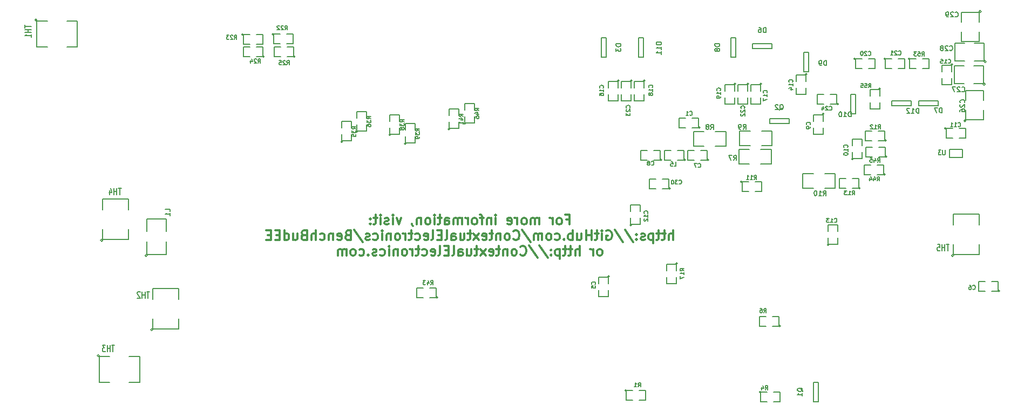
<source format=gbo>
G04 (created by PCBNEW (2013-03-19 BZR 4004)-stable) date 11/24/2013 9:32:50 PM*
%MOIN*%
G04 Gerber Fmt 3.4, Leading zero omitted, Abs format*
%FSLAX34Y34*%
G01*
G70*
G90*
G04 APERTURE LIST*
%ADD10C,0.006*%
%ADD11C,0.012*%
%ADD12C,0.005*%
%ADD13C,0.0075*%
%ADD14C,0.008*%
G04 APERTURE END LIST*
G54D10*
G54D11*
X58407Y-43328D02*
X58607Y-43328D01*
X58607Y-43642D02*
X58607Y-43042D01*
X58321Y-43042D01*
X58007Y-43642D02*
X58064Y-43614D01*
X58092Y-43585D01*
X58121Y-43528D01*
X58121Y-43357D01*
X58092Y-43300D01*
X58064Y-43271D01*
X58007Y-43242D01*
X57921Y-43242D01*
X57864Y-43271D01*
X57835Y-43300D01*
X57807Y-43357D01*
X57807Y-43528D01*
X57835Y-43585D01*
X57864Y-43614D01*
X57921Y-43642D01*
X58007Y-43642D01*
X57549Y-43642D02*
X57549Y-43242D01*
X57549Y-43357D02*
X57521Y-43300D01*
X57492Y-43271D01*
X57435Y-43242D01*
X57378Y-43242D01*
X56721Y-43642D02*
X56721Y-43242D01*
X56721Y-43300D02*
X56692Y-43271D01*
X56635Y-43242D01*
X56549Y-43242D01*
X56492Y-43271D01*
X56464Y-43328D01*
X56464Y-43642D01*
X56464Y-43328D02*
X56435Y-43271D01*
X56378Y-43242D01*
X56292Y-43242D01*
X56235Y-43271D01*
X56207Y-43328D01*
X56207Y-43642D01*
X55835Y-43642D02*
X55892Y-43614D01*
X55921Y-43585D01*
X55949Y-43528D01*
X55949Y-43357D01*
X55921Y-43300D01*
X55892Y-43271D01*
X55835Y-43242D01*
X55749Y-43242D01*
X55692Y-43271D01*
X55664Y-43300D01*
X55635Y-43357D01*
X55635Y-43528D01*
X55664Y-43585D01*
X55692Y-43614D01*
X55749Y-43642D01*
X55835Y-43642D01*
X55378Y-43642D02*
X55378Y-43242D01*
X55378Y-43357D02*
X55349Y-43300D01*
X55321Y-43271D01*
X55264Y-43242D01*
X55207Y-43242D01*
X54778Y-43614D02*
X54835Y-43642D01*
X54949Y-43642D01*
X55007Y-43614D01*
X55035Y-43557D01*
X55035Y-43328D01*
X55007Y-43271D01*
X54949Y-43242D01*
X54835Y-43242D01*
X54778Y-43271D01*
X54749Y-43328D01*
X54749Y-43385D01*
X55035Y-43442D01*
X54035Y-43642D02*
X54035Y-43242D01*
X54035Y-43042D02*
X54064Y-43071D01*
X54035Y-43100D01*
X54007Y-43071D01*
X54035Y-43042D01*
X54035Y-43100D01*
X53749Y-43242D02*
X53749Y-43642D01*
X53749Y-43300D02*
X53721Y-43271D01*
X53664Y-43242D01*
X53578Y-43242D01*
X53521Y-43271D01*
X53492Y-43328D01*
X53492Y-43642D01*
X53292Y-43242D02*
X53064Y-43242D01*
X53207Y-43642D02*
X53207Y-43128D01*
X53178Y-43071D01*
X53121Y-43042D01*
X53064Y-43042D01*
X52778Y-43642D02*
X52835Y-43614D01*
X52864Y-43585D01*
X52892Y-43528D01*
X52892Y-43357D01*
X52864Y-43300D01*
X52835Y-43271D01*
X52778Y-43242D01*
X52692Y-43242D01*
X52635Y-43271D01*
X52607Y-43300D01*
X52578Y-43357D01*
X52578Y-43528D01*
X52607Y-43585D01*
X52635Y-43614D01*
X52692Y-43642D01*
X52778Y-43642D01*
X52321Y-43642D02*
X52321Y-43242D01*
X52321Y-43357D02*
X52292Y-43300D01*
X52264Y-43271D01*
X52207Y-43242D01*
X52149Y-43242D01*
X51949Y-43642D02*
X51949Y-43242D01*
X51949Y-43300D02*
X51921Y-43271D01*
X51864Y-43242D01*
X51778Y-43242D01*
X51721Y-43271D01*
X51692Y-43328D01*
X51692Y-43642D01*
X51692Y-43328D02*
X51664Y-43271D01*
X51607Y-43242D01*
X51521Y-43242D01*
X51464Y-43271D01*
X51435Y-43328D01*
X51435Y-43642D01*
X50892Y-43642D02*
X50892Y-43328D01*
X50921Y-43271D01*
X50978Y-43242D01*
X51092Y-43242D01*
X51149Y-43271D01*
X50892Y-43614D02*
X50949Y-43642D01*
X51092Y-43642D01*
X51149Y-43614D01*
X51178Y-43557D01*
X51178Y-43500D01*
X51149Y-43442D01*
X51092Y-43414D01*
X50949Y-43414D01*
X50892Y-43385D01*
X50692Y-43242D02*
X50464Y-43242D01*
X50607Y-43042D02*
X50607Y-43557D01*
X50578Y-43614D01*
X50521Y-43642D01*
X50464Y-43642D01*
X50264Y-43642D02*
X50264Y-43242D01*
X50264Y-43042D02*
X50292Y-43071D01*
X50264Y-43100D01*
X50235Y-43071D01*
X50264Y-43042D01*
X50264Y-43100D01*
X49892Y-43642D02*
X49949Y-43614D01*
X49978Y-43585D01*
X50007Y-43528D01*
X50007Y-43357D01*
X49978Y-43300D01*
X49949Y-43271D01*
X49892Y-43242D01*
X49807Y-43242D01*
X49749Y-43271D01*
X49721Y-43300D01*
X49692Y-43357D01*
X49692Y-43528D01*
X49721Y-43585D01*
X49749Y-43614D01*
X49807Y-43642D01*
X49892Y-43642D01*
X49435Y-43242D02*
X49435Y-43642D01*
X49435Y-43300D02*
X49407Y-43271D01*
X49349Y-43242D01*
X49264Y-43242D01*
X49207Y-43271D01*
X49178Y-43328D01*
X49178Y-43642D01*
X48864Y-43614D02*
X48864Y-43642D01*
X48892Y-43700D01*
X48921Y-43728D01*
X48207Y-43242D02*
X48064Y-43642D01*
X47921Y-43242D01*
X47692Y-43642D02*
X47692Y-43242D01*
X47692Y-43042D02*
X47721Y-43071D01*
X47692Y-43100D01*
X47664Y-43071D01*
X47692Y-43042D01*
X47692Y-43100D01*
X47435Y-43614D02*
X47378Y-43642D01*
X47264Y-43642D01*
X47207Y-43614D01*
X47178Y-43557D01*
X47178Y-43528D01*
X47207Y-43471D01*
X47264Y-43442D01*
X47349Y-43442D01*
X47407Y-43414D01*
X47435Y-43357D01*
X47435Y-43328D01*
X47407Y-43271D01*
X47349Y-43242D01*
X47264Y-43242D01*
X47207Y-43271D01*
X46921Y-43642D02*
X46921Y-43242D01*
X46921Y-43042D02*
X46949Y-43071D01*
X46921Y-43100D01*
X46892Y-43071D01*
X46921Y-43042D01*
X46921Y-43100D01*
X46721Y-43242D02*
X46492Y-43242D01*
X46635Y-43042D02*
X46635Y-43557D01*
X46607Y-43614D01*
X46550Y-43642D01*
X46492Y-43642D01*
X46292Y-43585D02*
X46264Y-43614D01*
X46292Y-43642D01*
X46321Y-43614D01*
X46292Y-43585D01*
X46292Y-43642D01*
X46292Y-43271D02*
X46264Y-43300D01*
X46292Y-43328D01*
X46321Y-43300D01*
X46292Y-43271D01*
X46292Y-43328D01*
X64992Y-44602D02*
X64992Y-44002D01*
X64735Y-44602D02*
X64735Y-44288D01*
X64764Y-44231D01*
X64821Y-44202D01*
X64907Y-44202D01*
X64964Y-44231D01*
X64992Y-44260D01*
X64535Y-44202D02*
X64307Y-44202D01*
X64449Y-44002D02*
X64449Y-44517D01*
X64421Y-44574D01*
X64364Y-44602D01*
X64307Y-44602D01*
X64192Y-44202D02*
X63964Y-44202D01*
X64107Y-44002D02*
X64107Y-44517D01*
X64078Y-44574D01*
X64021Y-44602D01*
X63964Y-44602D01*
X63764Y-44202D02*
X63764Y-44802D01*
X63764Y-44231D02*
X63707Y-44202D01*
X63592Y-44202D01*
X63535Y-44231D01*
X63507Y-44260D01*
X63478Y-44317D01*
X63478Y-44488D01*
X63507Y-44545D01*
X63535Y-44574D01*
X63592Y-44602D01*
X63707Y-44602D01*
X63764Y-44574D01*
X63249Y-44574D02*
X63192Y-44602D01*
X63078Y-44602D01*
X63021Y-44574D01*
X62992Y-44517D01*
X62992Y-44488D01*
X63021Y-44431D01*
X63078Y-44402D01*
X63164Y-44402D01*
X63221Y-44374D01*
X63249Y-44317D01*
X63249Y-44288D01*
X63221Y-44231D01*
X63164Y-44202D01*
X63078Y-44202D01*
X63021Y-44231D01*
X62735Y-44545D02*
X62707Y-44574D01*
X62735Y-44602D01*
X62764Y-44574D01*
X62735Y-44545D01*
X62735Y-44602D01*
X62735Y-44231D02*
X62707Y-44260D01*
X62735Y-44288D01*
X62764Y-44260D01*
X62735Y-44231D01*
X62735Y-44288D01*
X62021Y-43974D02*
X62535Y-44745D01*
X61392Y-43974D02*
X61907Y-44745D01*
X60878Y-44031D02*
X60935Y-44002D01*
X61021Y-44002D01*
X61107Y-44031D01*
X61164Y-44088D01*
X61192Y-44145D01*
X61221Y-44260D01*
X61221Y-44345D01*
X61192Y-44460D01*
X61164Y-44517D01*
X61107Y-44574D01*
X61021Y-44602D01*
X60964Y-44602D01*
X60878Y-44574D01*
X60850Y-44545D01*
X60850Y-44345D01*
X60964Y-44345D01*
X60592Y-44602D02*
X60592Y-44202D01*
X60592Y-44002D02*
X60621Y-44031D01*
X60592Y-44060D01*
X60564Y-44031D01*
X60592Y-44002D01*
X60592Y-44060D01*
X60392Y-44202D02*
X60164Y-44202D01*
X60307Y-44002D02*
X60307Y-44517D01*
X60278Y-44574D01*
X60221Y-44602D01*
X60164Y-44602D01*
X59964Y-44602D02*
X59964Y-44002D01*
X59964Y-44288D02*
X59621Y-44288D01*
X59621Y-44602D02*
X59621Y-44002D01*
X59078Y-44202D02*
X59078Y-44602D01*
X59335Y-44202D02*
X59335Y-44517D01*
X59307Y-44574D01*
X59250Y-44602D01*
X59164Y-44602D01*
X59107Y-44574D01*
X59078Y-44545D01*
X58792Y-44602D02*
X58792Y-44002D01*
X58792Y-44231D02*
X58735Y-44202D01*
X58621Y-44202D01*
X58564Y-44231D01*
X58535Y-44260D01*
X58507Y-44317D01*
X58507Y-44488D01*
X58535Y-44545D01*
X58564Y-44574D01*
X58621Y-44602D01*
X58735Y-44602D01*
X58792Y-44574D01*
X58250Y-44545D02*
X58221Y-44574D01*
X58250Y-44602D01*
X58278Y-44574D01*
X58250Y-44545D01*
X58250Y-44602D01*
X57707Y-44574D02*
X57764Y-44602D01*
X57878Y-44602D01*
X57935Y-44574D01*
X57964Y-44545D01*
X57992Y-44488D01*
X57992Y-44317D01*
X57964Y-44260D01*
X57935Y-44231D01*
X57878Y-44202D01*
X57764Y-44202D01*
X57707Y-44231D01*
X57364Y-44602D02*
X57421Y-44574D01*
X57450Y-44545D01*
X57478Y-44488D01*
X57478Y-44317D01*
X57450Y-44260D01*
X57421Y-44231D01*
X57364Y-44202D01*
X57278Y-44202D01*
X57221Y-44231D01*
X57192Y-44260D01*
X57164Y-44317D01*
X57164Y-44488D01*
X57192Y-44545D01*
X57221Y-44574D01*
X57278Y-44602D01*
X57364Y-44602D01*
X56907Y-44602D02*
X56907Y-44202D01*
X56907Y-44260D02*
X56878Y-44231D01*
X56821Y-44202D01*
X56735Y-44202D01*
X56678Y-44231D01*
X56650Y-44288D01*
X56650Y-44602D01*
X56650Y-44288D02*
X56621Y-44231D01*
X56564Y-44202D01*
X56478Y-44202D01*
X56421Y-44231D01*
X56392Y-44288D01*
X56392Y-44602D01*
X55678Y-43974D02*
X56192Y-44745D01*
X55135Y-44545D02*
X55164Y-44574D01*
X55250Y-44602D01*
X55307Y-44602D01*
X55392Y-44574D01*
X55450Y-44517D01*
X55478Y-44460D01*
X55507Y-44345D01*
X55507Y-44260D01*
X55478Y-44145D01*
X55450Y-44088D01*
X55392Y-44031D01*
X55307Y-44002D01*
X55250Y-44002D01*
X55164Y-44031D01*
X55135Y-44060D01*
X54792Y-44602D02*
X54850Y-44574D01*
X54878Y-44545D01*
X54907Y-44488D01*
X54907Y-44317D01*
X54878Y-44260D01*
X54850Y-44231D01*
X54792Y-44202D01*
X54707Y-44202D01*
X54650Y-44231D01*
X54621Y-44260D01*
X54592Y-44317D01*
X54592Y-44488D01*
X54621Y-44545D01*
X54650Y-44574D01*
X54707Y-44602D01*
X54792Y-44602D01*
X54335Y-44202D02*
X54335Y-44602D01*
X54335Y-44260D02*
X54307Y-44231D01*
X54250Y-44202D01*
X54164Y-44202D01*
X54107Y-44231D01*
X54078Y-44288D01*
X54078Y-44602D01*
X53878Y-44202D02*
X53650Y-44202D01*
X53792Y-44002D02*
X53792Y-44517D01*
X53764Y-44574D01*
X53707Y-44602D01*
X53650Y-44602D01*
X53221Y-44574D02*
X53278Y-44602D01*
X53392Y-44602D01*
X53450Y-44574D01*
X53478Y-44517D01*
X53478Y-44288D01*
X53450Y-44231D01*
X53392Y-44202D01*
X53278Y-44202D01*
X53221Y-44231D01*
X53192Y-44288D01*
X53192Y-44345D01*
X53478Y-44402D01*
X52992Y-44602D02*
X52678Y-44202D01*
X52992Y-44202D02*
X52678Y-44602D01*
X52535Y-44202D02*
X52307Y-44202D01*
X52450Y-44002D02*
X52450Y-44517D01*
X52421Y-44574D01*
X52364Y-44602D01*
X52307Y-44602D01*
X51850Y-44202D02*
X51850Y-44602D01*
X52107Y-44202D02*
X52107Y-44517D01*
X52078Y-44574D01*
X52021Y-44602D01*
X51935Y-44602D01*
X51878Y-44574D01*
X51850Y-44545D01*
X51307Y-44602D02*
X51307Y-44288D01*
X51335Y-44231D01*
X51392Y-44202D01*
X51507Y-44202D01*
X51564Y-44231D01*
X51307Y-44574D02*
X51364Y-44602D01*
X51507Y-44602D01*
X51564Y-44574D01*
X51592Y-44517D01*
X51592Y-44460D01*
X51564Y-44402D01*
X51507Y-44374D01*
X51364Y-44374D01*
X51307Y-44345D01*
X50935Y-44602D02*
X50992Y-44574D01*
X51021Y-44517D01*
X51021Y-44002D01*
X50707Y-44288D02*
X50507Y-44288D01*
X50421Y-44602D02*
X50707Y-44602D01*
X50707Y-44002D01*
X50421Y-44002D01*
X50078Y-44602D02*
X50135Y-44574D01*
X50164Y-44517D01*
X50164Y-44002D01*
X49621Y-44574D02*
X49678Y-44602D01*
X49792Y-44602D01*
X49850Y-44574D01*
X49878Y-44517D01*
X49878Y-44288D01*
X49850Y-44231D01*
X49792Y-44202D01*
X49678Y-44202D01*
X49621Y-44231D01*
X49592Y-44288D01*
X49592Y-44345D01*
X49878Y-44402D01*
X49078Y-44574D02*
X49135Y-44602D01*
X49250Y-44602D01*
X49307Y-44574D01*
X49335Y-44545D01*
X49364Y-44488D01*
X49364Y-44317D01*
X49335Y-44260D01*
X49307Y-44231D01*
X49250Y-44202D01*
X49135Y-44202D01*
X49078Y-44231D01*
X48907Y-44202D02*
X48678Y-44202D01*
X48821Y-44002D02*
X48821Y-44517D01*
X48792Y-44574D01*
X48735Y-44602D01*
X48678Y-44602D01*
X48478Y-44602D02*
X48478Y-44202D01*
X48478Y-44317D02*
X48450Y-44260D01*
X48421Y-44231D01*
X48364Y-44202D01*
X48307Y-44202D01*
X48021Y-44602D02*
X48078Y-44574D01*
X48107Y-44545D01*
X48135Y-44488D01*
X48135Y-44317D01*
X48107Y-44260D01*
X48078Y-44231D01*
X48021Y-44202D01*
X47935Y-44202D01*
X47878Y-44231D01*
X47850Y-44260D01*
X47821Y-44317D01*
X47821Y-44488D01*
X47850Y-44545D01*
X47878Y-44574D01*
X47935Y-44602D01*
X48021Y-44602D01*
X47564Y-44202D02*
X47564Y-44602D01*
X47564Y-44260D02*
X47535Y-44231D01*
X47478Y-44202D01*
X47392Y-44202D01*
X47335Y-44231D01*
X47307Y-44288D01*
X47307Y-44602D01*
X47021Y-44602D02*
X47021Y-44202D01*
X47021Y-44002D02*
X47050Y-44031D01*
X47021Y-44060D01*
X46992Y-44031D01*
X47021Y-44002D01*
X47021Y-44060D01*
X46478Y-44574D02*
X46535Y-44602D01*
X46650Y-44602D01*
X46707Y-44574D01*
X46735Y-44545D01*
X46764Y-44488D01*
X46764Y-44317D01*
X46735Y-44260D01*
X46707Y-44231D01*
X46650Y-44202D01*
X46535Y-44202D01*
X46478Y-44231D01*
X46250Y-44574D02*
X46192Y-44602D01*
X46078Y-44602D01*
X46021Y-44574D01*
X45992Y-44517D01*
X45992Y-44488D01*
X46021Y-44431D01*
X46078Y-44402D01*
X46164Y-44402D01*
X46221Y-44374D01*
X46250Y-44317D01*
X46250Y-44288D01*
X46221Y-44231D01*
X46164Y-44202D01*
X46078Y-44202D01*
X46021Y-44231D01*
X45307Y-43974D02*
X45821Y-44745D01*
X44907Y-44288D02*
X44821Y-44317D01*
X44792Y-44345D01*
X44764Y-44402D01*
X44764Y-44488D01*
X44792Y-44545D01*
X44821Y-44574D01*
X44878Y-44602D01*
X45107Y-44602D01*
X45107Y-44002D01*
X44907Y-44002D01*
X44850Y-44031D01*
X44821Y-44060D01*
X44792Y-44117D01*
X44792Y-44174D01*
X44821Y-44231D01*
X44850Y-44260D01*
X44907Y-44288D01*
X45107Y-44288D01*
X44278Y-44574D02*
X44335Y-44602D01*
X44450Y-44602D01*
X44507Y-44574D01*
X44535Y-44517D01*
X44535Y-44288D01*
X44507Y-44231D01*
X44450Y-44202D01*
X44335Y-44202D01*
X44278Y-44231D01*
X44250Y-44288D01*
X44250Y-44345D01*
X44535Y-44402D01*
X43992Y-44202D02*
X43992Y-44602D01*
X43992Y-44260D02*
X43964Y-44231D01*
X43907Y-44202D01*
X43821Y-44202D01*
X43764Y-44231D01*
X43735Y-44288D01*
X43735Y-44602D01*
X43192Y-44574D02*
X43250Y-44602D01*
X43364Y-44602D01*
X43421Y-44574D01*
X43450Y-44545D01*
X43478Y-44488D01*
X43478Y-44317D01*
X43450Y-44260D01*
X43421Y-44231D01*
X43364Y-44202D01*
X43250Y-44202D01*
X43192Y-44231D01*
X42935Y-44602D02*
X42935Y-44002D01*
X42678Y-44602D02*
X42678Y-44288D01*
X42707Y-44231D01*
X42764Y-44202D01*
X42850Y-44202D01*
X42907Y-44231D01*
X42935Y-44260D01*
X42192Y-44288D02*
X42107Y-44317D01*
X42078Y-44345D01*
X42050Y-44402D01*
X42050Y-44488D01*
X42078Y-44545D01*
X42107Y-44574D01*
X42164Y-44602D01*
X42392Y-44602D01*
X42392Y-44002D01*
X42192Y-44002D01*
X42135Y-44031D01*
X42107Y-44060D01*
X42078Y-44117D01*
X42078Y-44174D01*
X42107Y-44231D01*
X42135Y-44260D01*
X42192Y-44288D01*
X42392Y-44288D01*
X41535Y-44202D02*
X41535Y-44602D01*
X41792Y-44202D02*
X41792Y-44517D01*
X41764Y-44574D01*
X41707Y-44602D01*
X41621Y-44602D01*
X41564Y-44574D01*
X41535Y-44545D01*
X40992Y-44602D02*
X40992Y-44002D01*
X40992Y-44574D02*
X41050Y-44602D01*
X41164Y-44602D01*
X41221Y-44574D01*
X41250Y-44545D01*
X41278Y-44488D01*
X41278Y-44317D01*
X41250Y-44260D01*
X41221Y-44231D01*
X41164Y-44202D01*
X41050Y-44202D01*
X40992Y-44231D01*
X40707Y-44288D02*
X40507Y-44288D01*
X40421Y-44602D02*
X40707Y-44602D01*
X40707Y-44002D01*
X40421Y-44002D01*
X40164Y-44288D02*
X39964Y-44288D01*
X39878Y-44602D02*
X40164Y-44602D01*
X40164Y-44002D01*
X39878Y-44002D01*
X60507Y-45562D02*
X60564Y-45534D01*
X60592Y-45505D01*
X60621Y-45448D01*
X60621Y-45277D01*
X60592Y-45220D01*
X60564Y-45191D01*
X60507Y-45162D01*
X60421Y-45162D01*
X60364Y-45191D01*
X60335Y-45220D01*
X60307Y-45277D01*
X60307Y-45448D01*
X60335Y-45505D01*
X60364Y-45534D01*
X60421Y-45562D01*
X60507Y-45562D01*
X60049Y-45562D02*
X60049Y-45162D01*
X60049Y-45277D02*
X60021Y-45220D01*
X59992Y-45191D01*
X59935Y-45162D01*
X59878Y-45162D01*
X59221Y-45562D02*
X59221Y-44962D01*
X58964Y-45562D02*
X58964Y-45248D01*
X58992Y-45191D01*
X59049Y-45162D01*
X59135Y-45162D01*
X59192Y-45191D01*
X59221Y-45220D01*
X58764Y-45162D02*
X58535Y-45162D01*
X58678Y-44962D02*
X58678Y-45477D01*
X58649Y-45534D01*
X58592Y-45562D01*
X58535Y-45562D01*
X58421Y-45162D02*
X58192Y-45162D01*
X58335Y-44962D02*
X58335Y-45477D01*
X58307Y-45534D01*
X58249Y-45562D01*
X58192Y-45562D01*
X57992Y-45162D02*
X57992Y-45762D01*
X57992Y-45191D02*
X57935Y-45162D01*
X57821Y-45162D01*
X57764Y-45191D01*
X57735Y-45220D01*
X57707Y-45277D01*
X57707Y-45448D01*
X57735Y-45505D01*
X57764Y-45534D01*
X57821Y-45562D01*
X57935Y-45562D01*
X57992Y-45534D01*
X57449Y-45505D02*
X57421Y-45534D01*
X57449Y-45562D01*
X57478Y-45534D01*
X57449Y-45505D01*
X57449Y-45562D01*
X57449Y-45191D02*
X57421Y-45220D01*
X57449Y-45248D01*
X57478Y-45220D01*
X57449Y-45191D01*
X57449Y-45248D01*
X56735Y-44934D02*
X57249Y-45705D01*
X56107Y-44934D02*
X56621Y-45705D01*
X55564Y-45505D02*
X55592Y-45534D01*
X55678Y-45562D01*
X55735Y-45562D01*
X55821Y-45534D01*
X55878Y-45477D01*
X55907Y-45420D01*
X55935Y-45305D01*
X55935Y-45220D01*
X55907Y-45105D01*
X55878Y-45048D01*
X55821Y-44991D01*
X55735Y-44962D01*
X55678Y-44962D01*
X55592Y-44991D01*
X55564Y-45020D01*
X55221Y-45562D02*
X55278Y-45534D01*
X55307Y-45505D01*
X55335Y-45448D01*
X55335Y-45277D01*
X55307Y-45220D01*
X55278Y-45191D01*
X55221Y-45162D01*
X55135Y-45162D01*
X55078Y-45191D01*
X55050Y-45220D01*
X55021Y-45277D01*
X55021Y-45448D01*
X55050Y-45505D01*
X55078Y-45534D01*
X55135Y-45562D01*
X55221Y-45562D01*
X54764Y-45162D02*
X54764Y-45562D01*
X54764Y-45220D02*
X54735Y-45191D01*
X54678Y-45162D01*
X54592Y-45162D01*
X54535Y-45191D01*
X54507Y-45248D01*
X54507Y-45562D01*
X54307Y-45162D02*
X54078Y-45162D01*
X54221Y-44962D02*
X54221Y-45477D01*
X54192Y-45534D01*
X54135Y-45562D01*
X54078Y-45562D01*
X53650Y-45534D02*
X53707Y-45562D01*
X53821Y-45562D01*
X53878Y-45534D01*
X53907Y-45477D01*
X53907Y-45248D01*
X53878Y-45191D01*
X53821Y-45162D01*
X53707Y-45162D01*
X53650Y-45191D01*
X53621Y-45248D01*
X53621Y-45305D01*
X53907Y-45362D01*
X53421Y-45562D02*
X53107Y-45162D01*
X53421Y-45162D02*
X53107Y-45562D01*
X52964Y-45162D02*
X52735Y-45162D01*
X52878Y-44962D02*
X52878Y-45477D01*
X52850Y-45534D01*
X52792Y-45562D01*
X52735Y-45562D01*
X52278Y-45162D02*
X52278Y-45562D01*
X52535Y-45162D02*
X52535Y-45477D01*
X52507Y-45534D01*
X52450Y-45562D01*
X52364Y-45562D01*
X52307Y-45534D01*
X52278Y-45505D01*
X51735Y-45562D02*
X51735Y-45248D01*
X51764Y-45191D01*
X51821Y-45162D01*
X51935Y-45162D01*
X51992Y-45191D01*
X51735Y-45534D02*
X51792Y-45562D01*
X51935Y-45562D01*
X51992Y-45534D01*
X52021Y-45477D01*
X52021Y-45420D01*
X51992Y-45362D01*
X51935Y-45334D01*
X51792Y-45334D01*
X51735Y-45305D01*
X51364Y-45562D02*
X51421Y-45534D01*
X51450Y-45477D01*
X51450Y-44962D01*
X51135Y-45248D02*
X50935Y-45248D01*
X50850Y-45562D02*
X51135Y-45562D01*
X51135Y-44962D01*
X50850Y-44962D01*
X50507Y-45562D02*
X50564Y-45534D01*
X50592Y-45477D01*
X50592Y-44962D01*
X50050Y-45534D02*
X50107Y-45562D01*
X50221Y-45562D01*
X50278Y-45534D01*
X50307Y-45477D01*
X50307Y-45248D01*
X50278Y-45191D01*
X50221Y-45162D01*
X50107Y-45162D01*
X50050Y-45191D01*
X50021Y-45248D01*
X50021Y-45305D01*
X50307Y-45362D01*
X49507Y-45534D02*
X49564Y-45562D01*
X49678Y-45562D01*
X49735Y-45534D01*
X49764Y-45505D01*
X49792Y-45448D01*
X49792Y-45277D01*
X49764Y-45220D01*
X49735Y-45191D01*
X49678Y-45162D01*
X49564Y-45162D01*
X49507Y-45191D01*
X49335Y-45162D02*
X49107Y-45162D01*
X49250Y-44962D02*
X49250Y-45477D01*
X49221Y-45534D01*
X49164Y-45562D01*
X49107Y-45562D01*
X48907Y-45562D02*
X48907Y-45162D01*
X48907Y-45277D02*
X48878Y-45220D01*
X48850Y-45191D01*
X48792Y-45162D01*
X48735Y-45162D01*
X48450Y-45562D02*
X48507Y-45534D01*
X48535Y-45505D01*
X48564Y-45448D01*
X48564Y-45277D01*
X48535Y-45220D01*
X48507Y-45191D01*
X48450Y-45162D01*
X48364Y-45162D01*
X48307Y-45191D01*
X48278Y-45220D01*
X48250Y-45277D01*
X48250Y-45448D01*
X48278Y-45505D01*
X48307Y-45534D01*
X48364Y-45562D01*
X48450Y-45562D01*
X47992Y-45162D02*
X47992Y-45562D01*
X47992Y-45220D02*
X47964Y-45191D01*
X47907Y-45162D01*
X47821Y-45162D01*
X47764Y-45191D01*
X47735Y-45248D01*
X47735Y-45562D01*
X47450Y-45562D02*
X47450Y-45162D01*
X47450Y-44962D02*
X47478Y-44991D01*
X47450Y-45020D01*
X47421Y-44991D01*
X47450Y-44962D01*
X47450Y-45020D01*
X46907Y-45534D02*
X46964Y-45562D01*
X47078Y-45562D01*
X47135Y-45534D01*
X47164Y-45505D01*
X47192Y-45448D01*
X47192Y-45277D01*
X47164Y-45220D01*
X47135Y-45191D01*
X47078Y-45162D01*
X46964Y-45162D01*
X46907Y-45191D01*
X46678Y-45534D02*
X46621Y-45562D01*
X46507Y-45562D01*
X46450Y-45534D01*
X46421Y-45477D01*
X46421Y-45448D01*
X46450Y-45391D01*
X46507Y-45362D01*
X46592Y-45362D01*
X46650Y-45334D01*
X46678Y-45277D01*
X46678Y-45248D01*
X46650Y-45191D01*
X46592Y-45162D01*
X46507Y-45162D01*
X46450Y-45191D01*
X46164Y-45505D02*
X46135Y-45534D01*
X46164Y-45562D01*
X46192Y-45534D01*
X46164Y-45505D01*
X46164Y-45562D01*
X45621Y-45534D02*
X45678Y-45562D01*
X45792Y-45562D01*
X45850Y-45534D01*
X45878Y-45505D01*
X45907Y-45448D01*
X45907Y-45277D01*
X45878Y-45220D01*
X45850Y-45191D01*
X45792Y-45162D01*
X45678Y-45162D01*
X45621Y-45191D01*
X45278Y-45562D02*
X45335Y-45534D01*
X45364Y-45505D01*
X45392Y-45448D01*
X45392Y-45277D01*
X45364Y-45220D01*
X45335Y-45191D01*
X45278Y-45162D01*
X45192Y-45162D01*
X45135Y-45191D01*
X45107Y-45220D01*
X45078Y-45277D01*
X45078Y-45448D01*
X45107Y-45505D01*
X45135Y-45534D01*
X45192Y-45562D01*
X45278Y-45562D01*
X44821Y-45562D02*
X44821Y-45162D01*
X44821Y-45220D02*
X44792Y-45191D01*
X44735Y-45162D01*
X44650Y-45162D01*
X44592Y-45191D01*
X44564Y-45248D01*
X44564Y-45562D01*
X44564Y-45248D02*
X44535Y-45191D01*
X44478Y-45162D01*
X44392Y-45162D01*
X44335Y-45191D01*
X44307Y-45248D01*
X44307Y-45562D01*
G54D12*
X73650Y-53400D02*
X73650Y-54600D01*
X73650Y-54600D02*
X73950Y-54600D01*
X73950Y-54600D02*
X73950Y-53400D01*
X73950Y-53400D02*
X73650Y-53400D01*
X62100Y-53900D02*
G75*
G03X62100Y-53900I-50J0D01*
G74*
G01*
X62500Y-53900D02*
X62100Y-53900D01*
X62100Y-53900D02*
X62100Y-54500D01*
X62100Y-54500D02*
X62500Y-54500D01*
X62900Y-54500D02*
X63300Y-54500D01*
X63300Y-54500D02*
X63300Y-53900D01*
X63300Y-53900D02*
X62900Y-53900D01*
X71625Y-49925D02*
G75*
G03X71625Y-49925I-50J0D01*
G74*
G01*
X71125Y-49925D02*
X71525Y-49925D01*
X71525Y-49925D02*
X71525Y-49325D01*
X71525Y-49325D02*
X71125Y-49325D01*
X70725Y-49325D02*
X70325Y-49325D01*
X70325Y-49325D02*
X70325Y-49925D01*
X70325Y-49925D02*
X70725Y-49925D01*
X70400Y-54000D02*
G75*
G03X70400Y-54000I-50J0D01*
G74*
G01*
X70800Y-54000D02*
X70400Y-54000D01*
X70400Y-54000D02*
X70400Y-54600D01*
X70400Y-54600D02*
X70800Y-54600D01*
X71200Y-54600D02*
X71600Y-54600D01*
X71600Y-54600D02*
X71600Y-54000D01*
X71600Y-54000D02*
X71200Y-54000D01*
G54D10*
X82050Y-39000D02*
X82850Y-39000D01*
X82850Y-39000D02*
X82850Y-39500D01*
X82850Y-39500D02*
X82050Y-39500D01*
X82050Y-39500D02*
X82050Y-39000D01*
G54D12*
X71100Y-37850D02*
X71100Y-38750D01*
X71100Y-38750D02*
X70450Y-38750D01*
X69750Y-37850D02*
X69100Y-37850D01*
X69100Y-37850D02*
X69100Y-38750D01*
X69100Y-38750D02*
X69750Y-38750D01*
X70450Y-37850D02*
X71100Y-37850D01*
X66250Y-38800D02*
X66250Y-37900D01*
X66250Y-37900D02*
X66900Y-37900D01*
X67600Y-38800D02*
X68250Y-38800D01*
X68250Y-38800D02*
X68250Y-37900D01*
X68250Y-37900D02*
X67600Y-37900D01*
X66900Y-38800D02*
X66250Y-38800D01*
X69050Y-39900D02*
X69050Y-39000D01*
X69050Y-39000D02*
X69700Y-39000D01*
X70400Y-39900D02*
X71050Y-39900D01*
X71050Y-39900D02*
X71050Y-39000D01*
X71050Y-39000D02*
X70400Y-39000D01*
X69700Y-39900D02*
X69050Y-39900D01*
X73000Y-41400D02*
X73000Y-40500D01*
X73000Y-40500D02*
X73650Y-40500D01*
X74350Y-41400D02*
X75000Y-41400D01*
X75000Y-41400D02*
X75000Y-40500D01*
X75000Y-40500D02*
X74350Y-40500D01*
X73650Y-41400D02*
X73000Y-41400D01*
X78100Y-40550D02*
G75*
G03X78100Y-40550I-50J0D01*
G74*
G01*
X77600Y-40550D02*
X78000Y-40550D01*
X78000Y-40550D02*
X78000Y-39950D01*
X78000Y-39950D02*
X77600Y-39950D01*
X77200Y-39950D02*
X76800Y-39950D01*
X76800Y-39950D02*
X76800Y-40550D01*
X76800Y-40550D02*
X77200Y-40550D01*
X67200Y-39650D02*
G75*
G03X67200Y-39650I-50J0D01*
G74*
G01*
X66700Y-39650D02*
X67100Y-39650D01*
X67100Y-39650D02*
X67100Y-39050D01*
X67100Y-39050D02*
X66700Y-39050D01*
X66300Y-39050D02*
X65900Y-39050D01*
X65900Y-39050D02*
X65900Y-39650D01*
X65900Y-39650D02*
X66300Y-39650D01*
X64300Y-39650D02*
G75*
G03X64300Y-39650I-50J0D01*
G74*
G01*
X63800Y-39650D02*
X64200Y-39650D01*
X64200Y-39650D02*
X64200Y-39050D01*
X64200Y-39050D02*
X63800Y-39050D01*
X63400Y-39050D02*
X63000Y-39050D01*
X63000Y-39050D02*
X63000Y-39650D01*
X63000Y-39650D02*
X63400Y-39650D01*
X76100Y-39600D02*
G75*
G03X76100Y-39600I-50J0D01*
G74*
G01*
X76050Y-39150D02*
X76050Y-39550D01*
X76050Y-39550D02*
X76650Y-39550D01*
X76650Y-39550D02*
X76650Y-39150D01*
X76650Y-38750D02*
X76650Y-38350D01*
X76650Y-38350D02*
X76050Y-38350D01*
X76050Y-38350D02*
X76050Y-38750D01*
X74300Y-36800D02*
G75*
G03X74300Y-36800I-50J0D01*
G74*
G01*
X74250Y-37250D02*
X74250Y-36850D01*
X74250Y-36850D02*
X73650Y-36850D01*
X73650Y-36850D02*
X73650Y-37250D01*
X73650Y-37650D02*
X73650Y-38050D01*
X73650Y-38050D02*
X74250Y-38050D01*
X74250Y-38050D02*
X74250Y-37650D01*
X81850Y-37700D02*
G75*
G03X81850Y-37700I-50J0D01*
G74*
G01*
X82250Y-37700D02*
X81850Y-37700D01*
X81850Y-37700D02*
X81850Y-38300D01*
X81850Y-38300D02*
X82250Y-38300D01*
X82650Y-38300D02*
X83050Y-38300D01*
X83050Y-38300D02*
X83050Y-37700D01*
X83050Y-37700D02*
X82650Y-37700D01*
X78200Y-39450D02*
G75*
G03X78200Y-39450I-50J0D01*
G74*
G01*
X77700Y-39450D02*
X78100Y-39450D01*
X78100Y-39450D02*
X78100Y-38850D01*
X78100Y-38850D02*
X77700Y-38850D01*
X77300Y-38850D02*
X76900Y-38850D01*
X76900Y-38850D02*
X76900Y-39450D01*
X76900Y-39450D02*
X77300Y-39450D01*
X76550Y-41400D02*
G75*
G03X76550Y-41400I-50J0D01*
G74*
G01*
X76050Y-41400D02*
X76450Y-41400D01*
X76450Y-41400D02*
X76450Y-40800D01*
X76450Y-40800D02*
X76050Y-40800D01*
X75650Y-40800D02*
X75250Y-40800D01*
X75250Y-40800D02*
X75250Y-41400D01*
X75250Y-41400D02*
X75650Y-41400D01*
X78150Y-38450D02*
G75*
G03X78150Y-38450I-50J0D01*
G74*
G01*
X77650Y-38450D02*
X78050Y-38450D01*
X78050Y-38450D02*
X78050Y-37850D01*
X78050Y-37850D02*
X77650Y-37850D01*
X77250Y-37850D02*
X76850Y-37850D01*
X76850Y-37850D02*
X76850Y-38450D01*
X76850Y-38450D02*
X77250Y-38450D01*
X69250Y-41000D02*
G75*
G03X69250Y-41000I-50J0D01*
G74*
G01*
X69650Y-41000D02*
X69250Y-41000D01*
X69250Y-41000D02*
X69250Y-41600D01*
X69250Y-41600D02*
X69650Y-41600D01*
X70050Y-41600D02*
X70450Y-41600D01*
X70450Y-41600D02*
X70450Y-41000D01*
X70450Y-41000D02*
X70050Y-41000D01*
X66650Y-37650D02*
G75*
G03X66650Y-37650I-50J0D01*
G74*
G01*
X66150Y-37650D02*
X66550Y-37650D01*
X66550Y-37650D02*
X66550Y-37050D01*
X66550Y-37050D02*
X66150Y-37050D01*
X65750Y-37050D02*
X65350Y-37050D01*
X65350Y-37050D02*
X65350Y-37650D01*
X65350Y-37650D02*
X65750Y-37650D01*
X50475Y-48150D02*
G75*
G03X50475Y-48150I-50J0D01*
G74*
G01*
X49975Y-48150D02*
X50375Y-48150D01*
X50375Y-48150D02*
X50375Y-47550D01*
X50375Y-47550D02*
X49975Y-47550D01*
X49575Y-47550D02*
X49175Y-47550D01*
X49175Y-47550D02*
X49175Y-48150D01*
X49175Y-48150D02*
X49575Y-48150D01*
X72150Y-37100D02*
X70950Y-37100D01*
X70950Y-37100D02*
X70950Y-37400D01*
X70950Y-37400D02*
X72150Y-37400D01*
X72150Y-37400D02*
X72150Y-37100D01*
X82320Y-45550D02*
G75*
G03X82320Y-45550I-70J0D01*
G74*
G01*
X82300Y-43650D02*
X82300Y-43000D01*
X82300Y-43000D02*
X83900Y-43000D01*
X83900Y-43000D02*
X83900Y-43650D01*
X83900Y-44850D02*
X83900Y-45500D01*
X83900Y-45500D02*
X82300Y-45500D01*
X82300Y-45500D02*
X82300Y-44850D01*
X74600Y-44900D02*
G75*
G03X74600Y-44900I-50J0D01*
G74*
G01*
X74550Y-44450D02*
X74550Y-44850D01*
X74550Y-44850D02*
X75150Y-44850D01*
X75150Y-44850D02*
X75150Y-44450D01*
X75150Y-44050D02*
X75150Y-43650D01*
X75150Y-43650D02*
X74550Y-43650D01*
X74550Y-43650D02*
X74550Y-44050D01*
X62425Y-43675D02*
G75*
G03X62425Y-43675I-50J0D01*
G74*
G01*
X62375Y-43225D02*
X62375Y-43625D01*
X62375Y-43625D02*
X62975Y-43625D01*
X62975Y-43625D02*
X62975Y-43225D01*
X62975Y-42825D02*
X62975Y-42425D01*
X62975Y-42425D02*
X62375Y-42425D01*
X62375Y-42425D02*
X62375Y-42825D01*
X25720Y-31000D02*
G75*
G03X25720Y-31000I-70J0D01*
G74*
G01*
X27550Y-31050D02*
X28200Y-31050D01*
X28200Y-31050D02*
X28200Y-32650D01*
X28200Y-32650D02*
X27550Y-32650D01*
X26350Y-32650D02*
X25700Y-32650D01*
X25700Y-32650D02*
X25700Y-31050D01*
X25700Y-31050D02*
X26350Y-31050D01*
X32870Y-50150D02*
G75*
G03X32870Y-50150I-70J0D01*
G74*
G01*
X32850Y-48250D02*
X32850Y-47600D01*
X32850Y-47600D02*
X34450Y-47600D01*
X34450Y-47600D02*
X34450Y-48250D01*
X34450Y-49450D02*
X34450Y-50100D01*
X34450Y-50100D02*
X32850Y-50100D01*
X32850Y-50100D02*
X32850Y-49450D01*
X29570Y-51750D02*
G75*
G03X29570Y-51750I-70J0D01*
G74*
G01*
X31400Y-51800D02*
X32050Y-51800D01*
X32050Y-51800D02*
X32050Y-53400D01*
X32050Y-53400D02*
X31400Y-53400D01*
X30200Y-53400D02*
X29550Y-53400D01*
X29550Y-53400D02*
X29550Y-51800D01*
X29550Y-51800D02*
X30200Y-51800D01*
X29770Y-44625D02*
G75*
G03X29770Y-44625I-70J0D01*
G74*
G01*
X29750Y-42725D02*
X29750Y-42075D01*
X29750Y-42075D02*
X31350Y-42075D01*
X31350Y-42075D02*
X31350Y-42725D01*
X31350Y-43925D02*
X31350Y-44575D01*
X31350Y-44575D02*
X29750Y-44575D01*
X29750Y-44575D02*
X29750Y-43925D01*
X32520Y-45550D02*
G75*
G03X32520Y-45550I-70J0D01*
G74*
G01*
X32500Y-44050D02*
X32500Y-43300D01*
X32500Y-43300D02*
X33700Y-43300D01*
X33700Y-43300D02*
X33700Y-44050D01*
X33700Y-44700D02*
X33700Y-45500D01*
X33700Y-45500D02*
X32500Y-45500D01*
X32500Y-45500D02*
X32500Y-44700D01*
X70450Y-34950D02*
G75*
G03X70450Y-34950I-50J0D01*
G74*
G01*
X70400Y-35400D02*
X70400Y-35000D01*
X70400Y-35000D02*
X69800Y-35000D01*
X69800Y-35000D02*
X69800Y-35400D01*
X69800Y-35800D02*
X69800Y-36200D01*
X69800Y-36200D02*
X70400Y-36200D01*
X70400Y-36200D02*
X70400Y-35800D01*
X69650Y-34950D02*
G75*
G03X69650Y-34950I-50J0D01*
G74*
G01*
X69600Y-35400D02*
X69600Y-35000D01*
X69600Y-35000D02*
X69000Y-35000D01*
X69000Y-35000D02*
X69000Y-35400D01*
X69000Y-35800D02*
X69000Y-36200D01*
X69000Y-36200D02*
X69600Y-36200D01*
X69600Y-36200D02*
X69600Y-35800D01*
X62450Y-34750D02*
G75*
G03X62450Y-34750I-50J0D01*
G74*
G01*
X62400Y-35200D02*
X62400Y-34800D01*
X62400Y-34800D02*
X61800Y-34800D01*
X61800Y-34800D02*
X61800Y-35200D01*
X61800Y-35600D02*
X61800Y-36000D01*
X61800Y-36000D02*
X62400Y-36000D01*
X62400Y-36000D02*
X62400Y-35600D01*
X61650Y-34750D02*
G75*
G03X61650Y-34750I-50J0D01*
G74*
G01*
X61600Y-35200D02*
X61600Y-34800D01*
X61600Y-34800D02*
X61000Y-34800D01*
X61000Y-34800D02*
X61000Y-35200D01*
X61000Y-35600D02*
X61000Y-36000D01*
X61000Y-36000D02*
X61600Y-36000D01*
X61600Y-36000D02*
X61600Y-35600D01*
X82250Y-33750D02*
G75*
G03X82250Y-33750I-50J0D01*
G74*
G01*
X82200Y-34200D02*
X82200Y-33800D01*
X82200Y-33800D02*
X81600Y-33800D01*
X81600Y-33800D02*
X81600Y-34200D01*
X81600Y-34600D02*
X81600Y-35000D01*
X81600Y-35000D02*
X82200Y-35000D01*
X82200Y-35000D02*
X82200Y-34600D01*
X73250Y-34350D02*
G75*
G03X73250Y-34350I-50J0D01*
G74*
G01*
X73200Y-34800D02*
X73200Y-34400D01*
X73200Y-34400D02*
X72600Y-34400D01*
X72600Y-34400D02*
X72600Y-34800D01*
X72600Y-35200D02*
X72600Y-35600D01*
X72600Y-35600D02*
X73200Y-35600D01*
X73200Y-35600D02*
X73200Y-35200D01*
X78100Y-33400D02*
G75*
G03X78100Y-33400I-50J0D01*
G74*
G01*
X78500Y-33400D02*
X78100Y-33400D01*
X78100Y-33400D02*
X78100Y-34000D01*
X78100Y-34000D02*
X78500Y-34000D01*
X78900Y-34000D02*
X79300Y-34000D01*
X79300Y-34000D02*
X79300Y-33400D01*
X79300Y-33400D02*
X78900Y-33400D01*
X76250Y-33400D02*
G75*
G03X76250Y-33400I-50J0D01*
G74*
G01*
X76650Y-33400D02*
X76250Y-33400D01*
X76250Y-33400D02*
X76250Y-34000D01*
X76250Y-34000D02*
X76650Y-34000D01*
X77050Y-34000D02*
X77450Y-34000D01*
X77450Y-34000D02*
X77450Y-33400D01*
X77450Y-33400D02*
X77050Y-33400D01*
X68850Y-34950D02*
G75*
G03X68850Y-34950I-50J0D01*
G74*
G01*
X68800Y-35400D02*
X68800Y-35000D01*
X68800Y-35000D02*
X68200Y-35000D01*
X68200Y-35000D02*
X68200Y-35400D01*
X68200Y-35800D02*
X68200Y-36200D01*
X68200Y-36200D02*
X68800Y-36200D01*
X68800Y-36200D02*
X68800Y-35800D01*
X63250Y-34750D02*
G75*
G03X63250Y-34750I-50J0D01*
G74*
G01*
X63200Y-35200D02*
X63200Y-34800D01*
X63200Y-34800D02*
X62600Y-34800D01*
X62600Y-34800D02*
X62600Y-35200D01*
X62600Y-35600D02*
X62600Y-36000D01*
X62600Y-36000D02*
X63200Y-36000D01*
X63200Y-36000D02*
X63200Y-35600D01*
X75200Y-36200D02*
G75*
G03X75200Y-36200I-50J0D01*
G74*
G01*
X74700Y-36200D02*
X75100Y-36200D01*
X75100Y-36200D02*
X75100Y-35600D01*
X75100Y-35600D02*
X74700Y-35600D01*
X74300Y-35600D02*
X73900Y-35600D01*
X73900Y-35600D02*
X73900Y-36200D01*
X73900Y-36200D02*
X74300Y-36200D01*
X79600Y-33400D02*
G75*
G03X79600Y-33400I-50J0D01*
G74*
G01*
X80000Y-33400D02*
X79600Y-33400D01*
X79600Y-33400D02*
X79600Y-34000D01*
X79600Y-34000D02*
X80000Y-34000D01*
X80400Y-34000D02*
X80800Y-34000D01*
X80800Y-34000D02*
X80800Y-33400D01*
X80800Y-33400D02*
X80400Y-33400D01*
X77800Y-35250D02*
G75*
G03X77800Y-35250I-50J0D01*
G74*
G01*
X77750Y-35700D02*
X77750Y-35300D01*
X77750Y-35300D02*
X77150Y-35300D01*
X77150Y-35300D02*
X77150Y-35700D01*
X77150Y-36100D02*
X77150Y-36500D01*
X77150Y-36500D02*
X77750Y-36500D01*
X77750Y-36500D02*
X77750Y-36100D01*
X41650Y-33275D02*
G75*
G03X41650Y-33275I-50J0D01*
G74*
G01*
X41150Y-33275D02*
X41550Y-33275D01*
X41550Y-33275D02*
X41550Y-32675D01*
X41550Y-32675D02*
X41150Y-32675D01*
X40750Y-32675D02*
X40350Y-32675D01*
X40350Y-32675D02*
X40350Y-33275D01*
X40350Y-33275D02*
X40750Y-33275D01*
X39750Y-33275D02*
G75*
G03X39750Y-33275I-50J0D01*
G74*
G01*
X39250Y-33275D02*
X39650Y-33275D01*
X39650Y-33275D02*
X39650Y-32675D01*
X39650Y-32675D02*
X39250Y-32675D01*
X38850Y-32675D02*
X38450Y-32675D01*
X38450Y-32675D02*
X38450Y-33275D01*
X38450Y-33275D02*
X38850Y-33275D01*
X38450Y-31900D02*
G75*
G03X38450Y-31900I-50J0D01*
G74*
G01*
X38850Y-31900D02*
X38450Y-31900D01*
X38450Y-31900D02*
X38450Y-32500D01*
X38450Y-32500D02*
X38850Y-32500D01*
X39250Y-32500D02*
X39650Y-32500D01*
X39650Y-32500D02*
X39650Y-31900D01*
X39650Y-31900D02*
X39250Y-31900D01*
X40325Y-31875D02*
G75*
G03X40325Y-31875I-50J0D01*
G74*
G01*
X40725Y-31875D02*
X40325Y-31875D01*
X40325Y-31875D02*
X40325Y-32475D01*
X40325Y-32475D02*
X40725Y-32475D01*
X41125Y-32475D02*
X41525Y-32475D01*
X41525Y-32475D02*
X41525Y-31875D01*
X41525Y-31875D02*
X41125Y-31875D01*
X76250Y-36800D02*
X76250Y-35600D01*
X76250Y-35600D02*
X75950Y-35600D01*
X75950Y-35600D02*
X75950Y-36800D01*
X75950Y-36800D02*
X76250Y-36800D01*
X68550Y-32100D02*
X68550Y-33300D01*
X68550Y-33300D02*
X68850Y-33300D01*
X68850Y-33300D02*
X68850Y-32100D01*
X68850Y-32100D02*
X68550Y-32100D01*
X71100Y-32450D02*
X69900Y-32450D01*
X69900Y-32450D02*
X69900Y-32750D01*
X69900Y-32750D02*
X71100Y-32750D01*
X71100Y-32750D02*
X71100Y-32450D01*
X73350Y-34200D02*
X73350Y-33000D01*
X73350Y-33000D02*
X73050Y-33000D01*
X73050Y-33000D02*
X73050Y-34200D01*
X73050Y-34200D02*
X73350Y-34200D01*
X79700Y-36000D02*
X78500Y-36000D01*
X78500Y-36000D02*
X78500Y-36300D01*
X78500Y-36300D02*
X79700Y-36300D01*
X79700Y-36300D02*
X79700Y-36000D01*
X81350Y-36000D02*
X80150Y-36000D01*
X80150Y-36000D02*
X80150Y-36300D01*
X80150Y-36300D02*
X81350Y-36300D01*
X81350Y-36300D02*
X81350Y-36000D01*
X60850Y-33300D02*
X60850Y-32100D01*
X60850Y-32100D02*
X60550Y-32100D01*
X60550Y-32100D02*
X60550Y-33300D01*
X60550Y-33300D02*
X60850Y-33300D01*
X62850Y-32100D02*
X62850Y-33300D01*
X62850Y-33300D02*
X63150Y-33300D01*
X63150Y-33300D02*
X63150Y-32100D01*
X63150Y-32100D02*
X62850Y-32100D01*
X61050Y-46850D02*
G75*
G03X61050Y-46850I-50J0D01*
G74*
G01*
X61000Y-47300D02*
X61000Y-46900D01*
X61000Y-46900D02*
X60400Y-46900D01*
X60400Y-46900D02*
X60400Y-47300D01*
X60400Y-47700D02*
X60400Y-48100D01*
X60400Y-48100D02*
X61000Y-48100D01*
X61000Y-48100D02*
X61000Y-47700D01*
X85150Y-47750D02*
G75*
G03X85150Y-47750I-50J0D01*
G74*
G01*
X84650Y-47750D02*
X85050Y-47750D01*
X85050Y-47750D02*
X85050Y-47150D01*
X85050Y-47150D02*
X84650Y-47150D01*
X84250Y-47150D02*
X83850Y-47150D01*
X83850Y-47150D02*
X83850Y-47750D01*
X83850Y-47750D02*
X84250Y-47750D01*
X65250Y-46050D02*
G75*
G03X65250Y-46050I-50J0D01*
G74*
G01*
X65200Y-46500D02*
X65200Y-46100D01*
X65200Y-46100D02*
X64600Y-46100D01*
X64600Y-46100D02*
X64600Y-46500D01*
X64600Y-46900D02*
X64600Y-47300D01*
X64600Y-47300D02*
X65200Y-47300D01*
X65200Y-47300D02*
X65200Y-46900D01*
X65750Y-39650D02*
G75*
G03X65750Y-39650I-50J0D01*
G74*
G01*
X65250Y-39650D02*
X65650Y-39650D01*
X65650Y-39650D02*
X65650Y-39050D01*
X65650Y-39050D02*
X65250Y-39050D01*
X64850Y-39050D02*
X64450Y-39050D01*
X64450Y-39050D02*
X64450Y-39650D01*
X64450Y-39650D02*
X64850Y-39650D01*
X52175Y-37400D02*
G75*
G03X52175Y-37400I-50J0D01*
G74*
G01*
X52125Y-36950D02*
X52125Y-37350D01*
X52125Y-37350D02*
X52725Y-37350D01*
X52725Y-37350D02*
X52725Y-36950D01*
X52725Y-36550D02*
X52725Y-36150D01*
X52725Y-36150D02*
X52125Y-36150D01*
X52125Y-36150D02*
X52125Y-36550D01*
X51200Y-37750D02*
G75*
G03X51200Y-37750I-50J0D01*
G74*
G01*
X51150Y-37300D02*
X51150Y-37700D01*
X51150Y-37700D02*
X51750Y-37700D01*
X51750Y-37700D02*
X51750Y-37300D01*
X51750Y-36900D02*
X51750Y-36500D01*
X51750Y-36500D02*
X51150Y-36500D01*
X51150Y-36500D02*
X51150Y-36900D01*
X48500Y-38650D02*
G75*
G03X48500Y-38650I-50J0D01*
G74*
G01*
X48450Y-38200D02*
X48450Y-38600D01*
X48450Y-38600D02*
X49050Y-38600D01*
X49050Y-38600D02*
X49050Y-38200D01*
X49050Y-37800D02*
X49050Y-37400D01*
X49050Y-37400D02*
X48450Y-37400D01*
X48450Y-37400D02*
X48450Y-37800D01*
X47550Y-38100D02*
G75*
G03X47550Y-38100I-50J0D01*
G74*
G01*
X47500Y-37650D02*
X47500Y-38050D01*
X47500Y-38050D02*
X48100Y-38050D01*
X48100Y-38050D02*
X48100Y-37650D01*
X48100Y-37250D02*
X48100Y-36850D01*
X48100Y-36850D02*
X47500Y-36850D01*
X47500Y-36850D02*
X47500Y-37250D01*
X45500Y-37900D02*
G75*
G03X45500Y-37900I-50J0D01*
G74*
G01*
X45450Y-37450D02*
X45450Y-37850D01*
X45450Y-37850D02*
X46050Y-37850D01*
X46050Y-37850D02*
X46050Y-37450D01*
X46050Y-37050D02*
X46050Y-36650D01*
X46050Y-36650D02*
X45450Y-36650D01*
X45450Y-36650D02*
X45450Y-37050D01*
X44575Y-38525D02*
G75*
G03X44575Y-38525I-50J0D01*
G74*
G01*
X44525Y-38075D02*
X44525Y-38475D01*
X44525Y-38475D02*
X45125Y-38475D01*
X45125Y-38475D02*
X45125Y-38075D01*
X45125Y-37675D02*
X45125Y-37275D01*
X45125Y-37275D02*
X44525Y-37275D01*
X44525Y-37275D02*
X44525Y-37675D01*
X84030Y-30470D02*
G75*
G03X84030Y-30470I-70J0D01*
G74*
G01*
X82810Y-31120D02*
X82810Y-30520D01*
X82810Y-30520D02*
X83910Y-30520D01*
X83910Y-30520D02*
X83910Y-31120D01*
X83910Y-31720D02*
X83910Y-32320D01*
X83910Y-32320D02*
X82810Y-32320D01*
X82810Y-32320D02*
X82810Y-31720D01*
X84320Y-33580D02*
G75*
G03X84320Y-33580I-70J0D01*
G74*
G01*
X83600Y-32430D02*
X84200Y-32430D01*
X84200Y-32430D02*
X84200Y-33530D01*
X84200Y-33530D02*
X83600Y-33530D01*
X83000Y-33530D02*
X82400Y-33530D01*
X82400Y-33530D02*
X82400Y-32430D01*
X82400Y-32430D02*
X83000Y-32430D01*
X84280Y-34980D02*
G75*
G03X84280Y-34980I-70J0D01*
G74*
G01*
X83560Y-33830D02*
X84160Y-33830D01*
X84160Y-33830D02*
X84160Y-34930D01*
X84160Y-34930D02*
X83560Y-34930D01*
X82960Y-34930D02*
X82360Y-34930D01*
X82360Y-34930D02*
X82360Y-33830D01*
X82360Y-33830D02*
X82960Y-33830D01*
X83090Y-37230D02*
G75*
G03X83090Y-37230I-70J0D01*
G74*
G01*
X84170Y-36580D02*
X84170Y-37180D01*
X84170Y-37180D02*
X83070Y-37180D01*
X83070Y-37180D02*
X83070Y-36580D01*
X83070Y-35980D02*
X83070Y-35380D01*
X83070Y-35380D02*
X84170Y-35380D01*
X84170Y-35380D02*
X84170Y-35980D01*
X64830Y-41420D02*
G75*
G03X64830Y-41420I-50J0D01*
G74*
G01*
X64330Y-41420D02*
X64730Y-41420D01*
X64730Y-41420D02*
X64730Y-40820D01*
X64730Y-40820D02*
X64330Y-40820D01*
X63930Y-40820D02*
X63530Y-40820D01*
X63530Y-40820D02*
X63530Y-41420D01*
X63530Y-41420D02*
X63930Y-41420D01*
G54D13*
X73000Y-53971D02*
X72985Y-53942D01*
X72957Y-53914D01*
X72914Y-53871D01*
X72900Y-53842D01*
X72900Y-53814D01*
X72971Y-53828D02*
X72957Y-53800D01*
X72928Y-53771D01*
X72871Y-53757D01*
X72771Y-53757D01*
X72714Y-53771D01*
X72685Y-53800D01*
X72671Y-53828D01*
X72671Y-53885D01*
X72685Y-53914D01*
X72714Y-53942D01*
X72771Y-53957D01*
X72871Y-53957D01*
X72928Y-53942D01*
X72957Y-53914D01*
X72971Y-53885D01*
X72971Y-53828D01*
X72971Y-54242D02*
X72971Y-54071D01*
X72971Y-54157D02*
X72671Y-54157D01*
X72714Y-54128D01*
X72742Y-54100D01*
X72757Y-54071D01*
G54D14*
G54D12*
X62841Y-53681D02*
X62925Y-53562D01*
X62984Y-53681D02*
X62984Y-53431D01*
X62889Y-53431D01*
X62865Y-53443D01*
X62853Y-53455D01*
X62841Y-53478D01*
X62841Y-53514D01*
X62853Y-53538D01*
X62865Y-53550D01*
X62889Y-53562D01*
X62984Y-53562D01*
X62603Y-53681D02*
X62746Y-53681D01*
X62675Y-53681D02*
X62675Y-53431D01*
X62698Y-53466D01*
X62722Y-53490D01*
X62746Y-53502D01*
X70591Y-49091D02*
X70675Y-48972D01*
X70734Y-49091D02*
X70734Y-48841D01*
X70639Y-48841D01*
X70615Y-48853D01*
X70603Y-48865D01*
X70591Y-48888D01*
X70591Y-48924D01*
X70603Y-48948D01*
X70615Y-48960D01*
X70639Y-48972D01*
X70734Y-48972D01*
X70377Y-48841D02*
X70425Y-48841D01*
X70448Y-48853D01*
X70460Y-48865D01*
X70484Y-48900D01*
X70496Y-48948D01*
X70496Y-49043D01*
X70484Y-49067D01*
X70472Y-49079D01*
X70448Y-49091D01*
X70401Y-49091D01*
X70377Y-49079D01*
X70365Y-49067D01*
X70353Y-49043D01*
X70353Y-48984D01*
X70365Y-48960D01*
X70377Y-48948D01*
X70401Y-48936D01*
X70448Y-48936D01*
X70472Y-48948D01*
X70484Y-48960D01*
X70496Y-48984D01*
X70681Y-53851D02*
X70765Y-53732D01*
X70824Y-53851D02*
X70824Y-53601D01*
X70729Y-53601D01*
X70705Y-53613D01*
X70693Y-53625D01*
X70681Y-53648D01*
X70681Y-53684D01*
X70693Y-53708D01*
X70705Y-53720D01*
X70729Y-53732D01*
X70824Y-53732D01*
X70467Y-53684D02*
X70467Y-53851D01*
X70526Y-53589D02*
X70586Y-53767D01*
X70431Y-53767D01*
X81780Y-39041D02*
X81780Y-39284D01*
X81768Y-39312D01*
X81756Y-39327D01*
X81732Y-39341D01*
X81685Y-39341D01*
X81661Y-39327D01*
X81649Y-39312D01*
X81637Y-39284D01*
X81637Y-39041D01*
X81542Y-39041D02*
X81387Y-39041D01*
X81470Y-39155D01*
X81435Y-39155D01*
X81411Y-39170D01*
X81399Y-39184D01*
X81387Y-39212D01*
X81387Y-39284D01*
X81399Y-39312D01*
X81411Y-39327D01*
X81435Y-39341D01*
X81506Y-39341D01*
X81530Y-39327D01*
X81542Y-39312D01*
X69320Y-37751D02*
X69420Y-37608D01*
X69491Y-37751D02*
X69491Y-37451D01*
X69377Y-37451D01*
X69348Y-37465D01*
X69334Y-37480D01*
X69320Y-37508D01*
X69320Y-37551D01*
X69334Y-37580D01*
X69348Y-37594D01*
X69377Y-37608D01*
X69491Y-37608D01*
X69177Y-37751D02*
X69120Y-37751D01*
X69091Y-37737D01*
X69077Y-37722D01*
X69048Y-37680D01*
X69034Y-37622D01*
X69034Y-37508D01*
X69048Y-37480D01*
X69062Y-37465D01*
X69091Y-37451D01*
X69148Y-37451D01*
X69177Y-37465D01*
X69191Y-37480D01*
X69205Y-37508D01*
X69205Y-37580D01*
X69191Y-37608D01*
X69177Y-37622D01*
X69148Y-37637D01*
X69091Y-37637D01*
X69062Y-37622D01*
X69048Y-37608D01*
X69034Y-37580D01*
X67310Y-37761D02*
X67410Y-37618D01*
X67481Y-37761D02*
X67481Y-37461D01*
X67367Y-37461D01*
X67338Y-37475D01*
X67324Y-37490D01*
X67310Y-37518D01*
X67310Y-37561D01*
X67324Y-37590D01*
X67338Y-37604D01*
X67367Y-37618D01*
X67481Y-37618D01*
X67138Y-37590D02*
X67167Y-37575D01*
X67181Y-37561D01*
X67195Y-37532D01*
X67195Y-37518D01*
X67181Y-37490D01*
X67167Y-37475D01*
X67138Y-37461D01*
X67081Y-37461D01*
X67052Y-37475D01*
X67038Y-37490D01*
X67024Y-37518D01*
X67024Y-37532D01*
X67038Y-37561D01*
X67052Y-37575D01*
X67081Y-37590D01*
X67138Y-37590D01*
X67167Y-37604D01*
X67181Y-37618D01*
X67195Y-37647D01*
X67195Y-37704D01*
X67181Y-37732D01*
X67167Y-37747D01*
X67138Y-37761D01*
X67081Y-37761D01*
X67052Y-37747D01*
X67038Y-37732D01*
X67024Y-37704D01*
X67024Y-37647D01*
X67038Y-37618D01*
X67052Y-37604D01*
X67081Y-37590D01*
X68730Y-39671D02*
X68830Y-39528D01*
X68901Y-39671D02*
X68901Y-39371D01*
X68787Y-39371D01*
X68758Y-39385D01*
X68744Y-39400D01*
X68730Y-39428D01*
X68730Y-39471D01*
X68744Y-39500D01*
X68758Y-39514D01*
X68787Y-39528D01*
X68901Y-39528D01*
X68630Y-39371D02*
X68430Y-39371D01*
X68558Y-39671D01*
X74272Y-41851D02*
X74372Y-41708D01*
X74444Y-41851D02*
X74444Y-41551D01*
X74330Y-41551D01*
X74301Y-41565D01*
X74287Y-41580D01*
X74272Y-41608D01*
X74272Y-41651D01*
X74287Y-41680D01*
X74301Y-41694D01*
X74330Y-41708D01*
X74444Y-41708D01*
X73987Y-41851D02*
X74158Y-41851D01*
X74072Y-41851D02*
X74072Y-41551D01*
X74101Y-41594D01*
X74130Y-41622D01*
X74158Y-41637D01*
X73801Y-41551D02*
X73772Y-41551D01*
X73744Y-41565D01*
X73730Y-41580D01*
X73715Y-41608D01*
X73701Y-41665D01*
X73701Y-41737D01*
X73715Y-41794D01*
X73730Y-41822D01*
X73744Y-41837D01*
X73772Y-41851D01*
X73801Y-41851D01*
X73830Y-41837D01*
X73844Y-41822D01*
X73858Y-41794D01*
X73872Y-41737D01*
X73872Y-41665D01*
X73858Y-41608D01*
X73844Y-41580D01*
X73830Y-41565D01*
X73801Y-41551D01*
X77590Y-40941D02*
X77674Y-40822D01*
X77733Y-40941D02*
X77733Y-40691D01*
X77638Y-40691D01*
X77614Y-40703D01*
X77602Y-40715D01*
X77590Y-40738D01*
X77590Y-40774D01*
X77602Y-40798D01*
X77614Y-40810D01*
X77638Y-40822D01*
X77733Y-40822D01*
X77376Y-40774D02*
X77376Y-40941D01*
X77435Y-40679D02*
X77495Y-40857D01*
X77340Y-40857D01*
X77138Y-40774D02*
X77138Y-40941D01*
X77197Y-40679D02*
X77257Y-40857D01*
X77102Y-40857D01*
X66541Y-40087D02*
X66553Y-40099D01*
X66589Y-40111D01*
X66613Y-40111D01*
X66648Y-40099D01*
X66672Y-40075D01*
X66684Y-40051D01*
X66696Y-40004D01*
X66696Y-39968D01*
X66684Y-39920D01*
X66672Y-39896D01*
X66648Y-39873D01*
X66613Y-39861D01*
X66589Y-39861D01*
X66553Y-39873D01*
X66541Y-39885D01*
X66458Y-39861D02*
X66291Y-39861D01*
X66398Y-40111D01*
X63651Y-39957D02*
X63663Y-39969D01*
X63699Y-39981D01*
X63723Y-39981D01*
X63758Y-39969D01*
X63782Y-39945D01*
X63794Y-39921D01*
X63806Y-39874D01*
X63806Y-39838D01*
X63794Y-39790D01*
X63782Y-39766D01*
X63758Y-39743D01*
X63723Y-39731D01*
X63699Y-39731D01*
X63663Y-39743D01*
X63651Y-39755D01*
X63508Y-39838D02*
X63532Y-39826D01*
X63544Y-39814D01*
X63556Y-39790D01*
X63556Y-39778D01*
X63544Y-39755D01*
X63532Y-39743D01*
X63508Y-39731D01*
X63461Y-39731D01*
X63437Y-39743D01*
X63425Y-39755D01*
X63413Y-39778D01*
X63413Y-39790D01*
X63425Y-39814D01*
X63437Y-39826D01*
X63461Y-39838D01*
X63508Y-39838D01*
X63532Y-39850D01*
X63544Y-39862D01*
X63556Y-39885D01*
X63556Y-39933D01*
X63544Y-39957D01*
X63532Y-39969D01*
X63508Y-39981D01*
X63461Y-39981D01*
X63437Y-39969D01*
X63425Y-39957D01*
X63413Y-39933D01*
X63413Y-39885D01*
X63425Y-39862D01*
X63437Y-39850D01*
X63461Y-39838D01*
X75757Y-38879D02*
X75769Y-38867D01*
X75781Y-38831D01*
X75781Y-38807D01*
X75769Y-38772D01*
X75745Y-38748D01*
X75721Y-38736D01*
X75674Y-38724D01*
X75638Y-38724D01*
X75590Y-38736D01*
X75566Y-38748D01*
X75543Y-38772D01*
X75531Y-38807D01*
X75531Y-38831D01*
X75543Y-38867D01*
X75555Y-38879D01*
X75781Y-39117D02*
X75781Y-38974D01*
X75781Y-39045D02*
X75531Y-39045D01*
X75566Y-39022D01*
X75590Y-38998D01*
X75602Y-38974D01*
X75531Y-39272D02*
X75531Y-39295D01*
X75543Y-39319D01*
X75555Y-39331D01*
X75578Y-39343D01*
X75626Y-39355D01*
X75685Y-39355D01*
X75733Y-39343D01*
X75757Y-39331D01*
X75769Y-39319D01*
X75781Y-39295D01*
X75781Y-39272D01*
X75769Y-39248D01*
X75757Y-39236D01*
X75733Y-39224D01*
X75685Y-39212D01*
X75626Y-39212D01*
X75578Y-39224D01*
X75555Y-39236D01*
X75543Y-39248D01*
X75531Y-39272D01*
X73447Y-37478D02*
X73459Y-37466D01*
X73471Y-37430D01*
X73471Y-37406D01*
X73459Y-37371D01*
X73435Y-37347D01*
X73411Y-37335D01*
X73364Y-37323D01*
X73328Y-37323D01*
X73280Y-37335D01*
X73256Y-37347D01*
X73233Y-37371D01*
X73221Y-37406D01*
X73221Y-37430D01*
X73233Y-37466D01*
X73245Y-37478D01*
X73471Y-37597D02*
X73471Y-37645D01*
X73459Y-37668D01*
X73447Y-37680D01*
X73411Y-37704D01*
X73364Y-37716D01*
X73268Y-37716D01*
X73245Y-37704D01*
X73233Y-37692D01*
X73221Y-37668D01*
X73221Y-37621D01*
X73233Y-37597D01*
X73245Y-37585D01*
X73268Y-37573D01*
X73328Y-37573D01*
X73352Y-37585D01*
X73364Y-37597D01*
X73375Y-37621D01*
X73375Y-37668D01*
X73364Y-37692D01*
X73352Y-37704D01*
X73328Y-37716D01*
X82590Y-37567D02*
X82602Y-37579D01*
X82638Y-37591D01*
X82662Y-37591D01*
X82697Y-37579D01*
X82721Y-37555D01*
X82733Y-37531D01*
X82745Y-37484D01*
X82745Y-37448D01*
X82733Y-37400D01*
X82721Y-37376D01*
X82697Y-37353D01*
X82662Y-37341D01*
X82638Y-37341D01*
X82602Y-37353D01*
X82590Y-37365D01*
X82352Y-37591D02*
X82495Y-37591D01*
X82424Y-37591D02*
X82424Y-37341D01*
X82447Y-37376D01*
X82471Y-37400D01*
X82495Y-37412D01*
X82114Y-37591D02*
X82257Y-37591D01*
X82185Y-37591D02*
X82185Y-37341D01*
X82209Y-37376D01*
X82233Y-37400D01*
X82257Y-37412D01*
X77620Y-39791D02*
X77704Y-39672D01*
X77763Y-39791D02*
X77763Y-39541D01*
X77668Y-39541D01*
X77644Y-39553D01*
X77632Y-39565D01*
X77620Y-39588D01*
X77620Y-39624D01*
X77632Y-39648D01*
X77644Y-39660D01*
X77668Y-39672D01*
X77763Y-39672D01*
X77406Y-39624D02*
X77406Y-39791D01*
X77465Y-39529D02*
X77525Y-39707D01*
X77370Y-39707D01*
X77156Y-39541D02*
X77275Y-39541D01*
X77287Y-39660D01*
X77275Y-39648D01*
X77251Y-39636D01*
X77192Y-39636D01*
X77168Y-39648D01*
X77156Y-39660D01*
X77144Y-39684D01*
X77144Y-39743D01*
X77156Y-39767D01*
X77168Y-39779D01*
X77192Y-39791D01*
X77251Y-39791D01*
X77275Y-39779D01*
X77287Y-39767D01*
X76050Y-41801D02*
X76134Y-41682D01*
X76193Y-41801D02*
X76193Y-41551D01*
X76098Y-41551D01*
X76074Y-41563D01*
X76062Y-41575D01*
X76050Y-41598D01*
X76050Y-41634D01*
X76062Y-41658D01*
X76074Y-41670D01*
X76098Y-41682D01*
X76193Y-41682D01*
X75812Y-41801D02*
X75955Y-41801D01*
X75884Y-41801D02*
X75884Y-41551D01*
X75907Y-41586D01*
X75931Y-41610D01*
X75955Y-41622D01*
X75729Y-41551D02*
X75574Y-41551D01*
X75657Y-41646D01*
X75622Y-41646D01*
X75598Y-41658D01*
X75586Y-41670D01*
X75574Y-41694D01*
X75574Y-41753D01*
X75586Y-41777D01*
X75598Y-41789D01*
X75622Y-41801D01*
X75693Y-41801D01*
X75717Y-41789D01*
X75729Y-41777D01*
X77650Y-37721D02*
X77734Y-37602D01*
X77793Y-37721D02*
X77793Y-37471D01*
X77698Y-37471D01*
X77674Y-37483D01*
X77662Y-37495D01*
X77650Y-37518D01*
X77650Y-37554D01*
X77662Y-37578D01*
X77674Y-37590D01*
X77698Y-37602D01*
X77793Y-37602D01*
X77412Y-37721D02*
X77555Y-37721D01*
X77484Y-37721D02*
X77484Y-37471D01*
X77507Y-37506D01*
X77531Y-37530D01*
X77555Y-37542D01*
X77317Y-37495D02*
X77305Y-37483D01*
X77281Y-37471D01*
X77222Y-37471D01*
X77198Y-37483D01*
X77186Y-37495D01*
X77174Y-37518D01*
X77174Y-37542D01*
X77186Y-37578D01*
X77329Y-37721D01*
X77174Y-37721D01*
X70000Y-40851D02*
X70084Y-40732D01*
X70143Y-40851D02*
X70143Y-40601D01*
X70048Y-40601D01*
X70024Y-40613D01*
X70012Y-40625D01*
X70000Y-40648D01*
X70000Y-40684D01*
X70012Y-40708D01*
X70024Y-40720D01*
X70048Y-40732D01*
X70143Y-40732D01*
X69762Y-40851D02*
X69905Y-40851D01*
X69834Y-40851D02*
X69834Y-40601D01*
X69857Y-40636D01*
X69881Y-40660D01*
X69905Y-40672D01*
X69524Y-40851D02*
X69667Y-40851D01*
X69595Y-40851D02*
X69595Y-40601D01*
X69619Y-40636D01*
X69643Y-40660D01*
X69667Y-40672D01*
X66021Y-36867D02*
X66033Y-36879D01*
X66069Y-36891D01*
X66093Y-36891D01*
X66128Y-36879D01*
X66152Y-36855D01*
X66164Y-36831D01*
X66176Y-36784D01*
X66176Y-36748D01*
X66164Y-36700D01*
X66152Y-36676D01*
X66128Y-36653D01*
X66093Y-36641D01*
X66069Y-36641D01*
X66033Y-36653D01*
X66021Y-36665D01*
X65783Y-36891D02*
X65926Y-36891D01*
X65855Y-36891D02*
X65855Y-36641D01*
X65878Y-36676D01*
X65902Y-36700D01*
X65926Y-36712D01*
X50030Y-47351D02*
X50114Y-47232D01*
X50173Y-47351D02*
X50173Y-47101D01*
X50078Y-47101D01*
X50054Y-47113D01*
X50042Y-47125D01*
X50030Y-47148D01*
X50030Y-47184D01*
X50042Y-47208D01*
X50054Y-47220D01*
X50078Y-47232D01*
X50173Y-47232D01*
X49816Y-47184D02*
X49816Y-47351D01*
X49875Y-47089D02*
X49935Y-47267D01*
X49780Y-47267D01*
X49709Y-47101D02*
X49554Y-47101D01*
X49637Y-47196D01*
X49602Y-47196D01*
X49578Y-47208D01*
X49566Y-47220D01*
X49554Y-47244D01*
X49554Y-47303D01*
X49566Y-47327D01*
X49578Y-47339D01*
X49602Y-47351D01*
X49673Y-47351D01*
X49697Y-47339D01*
X49709Y-47327D01*
G54D13*
X71578Y-36550D02*
X71607Y-36535D01*
X71635Y-36507D01*
X71678Y-36464D01*
X71707Y-36450D01*
X71735Y-36450D01*
X71721Y-36521D02*
X71750Y-36507D01*
X71778Y-36478D01*
X71792Y-36421D01*
X71792Y-36321D01*
X71778Y-36264D01*
X71750Y-36235D01*
X71721Y-36221D01*
X71664Y-36221D01*
X71635Y-36235D01*
X71607Y-36264D01*
X71592Y-36321D01*
X71592Y-36421D01*
X71607Y-36478D01*
X71635Y-36507D01*
X71664Y-36521D01*
X71721Y-36521D01*
X71478Y-36250D02*
X71464Y-36235D01*
X71435Y-36221D01*
X71364Y-36221D01*
X71335Y-36235D01*
X71321Y-36250D01*
X71307Y-36278D01*
X71307Y-36307D01*
X71321Y-36350D01*
X71492Y-36521D01*
X71307Y-36521D01*
G54D14*
G54D12*
X82045Y-44881D02*
X81874Y-44881D01*
X81959Y-45281D02*
X81959Y-44881D01*
X81774Y-45281D02*
X81774Y-44881D01*
X81774Y-45072D02*
X81602Y-45072D01*
X81602Y-45281D02*
X81602Y-44881D01*
X81317Y-44881D02*
X81459Y-44881D01*
X81474Y-45072D01*
X81459Y-45053D01*
X81431Y-45034D01*
X81359Y-45034D01*
X81331Y-45053D01*
X81317Y-45072D01*
X81302Y-45110D01*
X81302Y-45205D01*
X81317Y-45243D01*
X81331Y-45262D01*
X81359Y-45281D01*
X81431Y-45281D01*
X81459Y-45262D01*
X81474Y-45243D01*
X74950Y-43487D02*
X74962Y-43499D01*
X74998Y-43511D01*
X75022Y-43511D01*
X75057Y-43499D01*
X75081Y-43475D01*
X75093Y-43451D01*
X75105Y-43404D01*
X75105Y-43368D01*
X75093Y-43320D01*
X75081Y-43296D01*
X75057Y-43273D01*
X75022Y-43261D01*
X74998Y-43261D01*
X74962Y-43273D01*
X74950Y-43285D01*
X74712Y-43511D02*
X74855Y-43511D01*
X74784Y-43511D02*
X74784Y-43261D01*
X74807Y-43296D01*
X74831Y-43320D01*
X74855Y-43332D01*
X74629Y-43261D02*
X74474Y-43261D01*
X74557Y-43356D01*
X74522Y-43356D01*
X74498Y-43368D01*
X74486Y-43380D01*
X74474Y-43404D01*
X74474Y-43463D01*
X74486Y-43487D01*
X74498Y-43499D01*
X74522Y-43511D01*
X74593Y-43511D01*
X74617Y-43499D01*
X74629Y-43487D01*
X63417Y-42949D02*
X63429Y-42937D01*
X63441Y-42901D01*
X63441Y-42877D01*
X63429Y-42842D01*
X63405Y-42818D01*
X63381Y-42806D01*
X63334Y-42794D01*
X63298Y-42794D01*
X63250Y-42806D01*
X63226Y-42818D01*
X63203Y-42842D01*
X63191Y-42877D01*
X63191Y-42901D01*
X63203Y-42937D01*
X63215Y-42949D01*
X63441Y-43187D02*
X63441Y-43044D01*
X63441Y-43115D02*
X63191Y-43115D01*
X63226Y-43092D01*
X63250Y-43068D01*
X63262Y-43044D01*
X63215Y-43282D02*
X63203Y-43294D01*
X63191Y-43318D01*
X63191Y-43377D01*
X63203Y-43401D01*
X63215Y-43413D01*
X63238Y-43425D01*
X63262Y-43425D01*
X63298Y-43413D01*
X63441Y-43270D01*
X63441Y-43425D01*
X24961Y-31314D02*
X24961Y-31485D01*
X25361Y-31400D02*
X24961Y-31400D01*
X25361Y-31585D02*
X24961Y-31585D01*
X25152Y-31585D02*
X25152Y-31757D01*
X25361Y-31757D02*
X24961Y-31757D01*
X25361Y-32057D02*
X25361Y-31885D01*
X25361Y-31971D02*
X24961Y-31971D01*
X25019Y-31942D01*
X25057Y-31914D01*
X25076Y-31885D01*
X32655Y-47791D02*
X32484Y-47791D01*
X32569Y-48191D02*
X32569Y-47791D01*
X32384Y-48191D02*
X32384Y-47791D01*
X32384Y-47982D02*
X32212Y-47982D01*
X32212Y-48191D02*
X32212Y-47791D01*
X32084Y-47830D02*
X32069Y-47810D01*
X32041Y-47791D01*
X31969Y-47791D01*
X31941Y-47810D01*
X31927Y-47830D01*
X31912Y-47868D01*
X31912Y-47906D01*
X31927Y-47963D01*
X32098Y-48191D01*
X31912Y-48191D01*
X30495Y-51101D02*
X30324Y-51101D01*
X30409Y-51501D02*
X30409Y-51101D01*
X30224Y-51501D02*
X30224Y-51101D01*
X30224Y-51292D02*
X30052Y-51292D01*
X30052Y-51501D02*
X30052Y-51101D01*
X29938Y-51101D02*
X29752Y-51101D01*
X29852Y-51254D01*
X29809Y-51254D01*
X29781Y-51273D01*
X29767Y-51292D01*
X29752Y-51330D01*
X29752Y-51425D01*
X29767Y-51463D01*
X29781Y-51482D01*
X29809Y-51501D01*
X29895Y-51501D01*
X29924Y-51482D01*
X29938Y-51463D01*
X30915Y-41401D02*
X30744Y-41401D01*
X30829Y-41801D02*
X30829Y-41401D01*
X30644Y-41801D02*
X30644Y-41401D01*
X30644Y-41592D02*
X30472Y-41592D01*
X30472Y-41801D02*
X30472Y-41401D01*
X30201Y-41535D02*
X30201Y-41801D01*
X30272Y-41382D02*
X30344Y-41668D01*
X30158Y-41668D01*
X33931Y-42840D02*
X33931Y-42697D01*
X33631Y-42697D01*
X33931Y-43097D02*
X33931Y-42925D01*
X33931Y-43011D02*
X33631Y-43011D01*
X33674Y-42982D01*
X33702Y-42954D01*
X33717Y-42925D01*
X70787Y-35509D02*
X70799Y-35497D01*
X70811Y-35461D01*
X70811Y-35437D01*
X70799Y-35402D01*
X70775Y-35378D01*
X70751Y-35366D01*
X70704Y-35354D01*
X70668Y-35354D01*
X70620Y-35366D01*
X70596Y-35378D01*
X70573Y-35402D01*
X70561Y-35437D01*
X70561Y-35461D01*
X70573Y-35497D01*
X70585Y-35509D01*
X70811Y-35747D02*
X70811Y-35604D01*
X70811Y-35675D02*
X70561Y-35675D01*
X70596Y-35652D01*
X70620Y-35628D01*
X70632Y-35604D01*
X70561Y-35830D02*
X70561Y-35997D01*
X70811Y-35890D01*
X69397Y-36459D02*
X69409Y-36447D01*
X69421Y-36411D01*
X69421Y-36387D01*
X69409Y-36352D01*
X69385Y-36328D01*
X69361Y-36316D01*
X69314Y-36304D01*
X69278Y-36304D01*
X69230Y-36316D01*
X69206Y-36328D01*
X69183Y-36352D01*
X69171Y-36387D01*
X69171Y-36411D01*
X69183Y-36447D01*
X69195Y-36459D01*
X69195Y-36554D02*
X69183Y-36566D01*
X69171Y-36590D01*
X69171Y-36649D01*
X69183Y-36673D01*
X69195Y-36685D01*
X69218Y-36697D01*
X69242Y-36697D01*
X69278Y-36685D01*
X69421Y-36542D01*
X69421Y-36697D01*
X69195Y-36792D02*
X69183Y-36804D01*
X69171Y-36828D01*
X69171Y-36887D01*
X69183Y-36911D01*
X69195Y-36923D01*
X69218Y-36935D01*
X69242Y-36935D01*
X69278Y-36923D01*
X69421Y-36780D01*
X69421Y-36935D01*
X62317Y-36429D02*
X62329Y-36417D01*
X62341Y-36381D01*
X62341Y-36357D01*
X62329Y-36322D01*
X62305Y-36298D01*
X62281Y-36286D01*
X62234Y-36274D01*
X62198Y-36274D01*
X62150Y-36286D01*
X62126Y-36298D01*
X62103Y-36322D01*
X62091Y-36357D01*
X62091Y-36381D01*
X62103Y-36417D01*
X62115Y-36429D01*
X62115Y-36524D02*
X62103Y-36536D01*
X62091Y-36560D01*
X62091Y-36619D01*
X62103Y-36643D01*
X62115Y-36655D01*
X62138Y-36667D01*
X62162Y-36667D01*
X62198Y-36655D01*
X62341Y-36512D01*
X62341Y-36667D01*
X62091Y-36750D02*
X62091Y-36905D01*
X62186Y-36822D01*
X62186Y-36857D01*
X62198Y-36881D01*
X62210Y-36893D01*
X62234Y-36905D01*
X62293Y-36905D01*
X62317Y-36893D01*
X62329Y-36881D01*
X62341Y-36857D01*
X62341Y-36786D01*
X62329Y-36762D01*
X62317Y-36750D01*
X60677Y-35199D02*
X60689Y-35187D01*
X60701Y-35151D01*
X60701Y-35127D01*
X60689Y-35092D01*
X60665Y-35068D01*
X60641Y-35056D01*
X60594Y-35044D01*
X60558Y-35044D01*
X60510Y-35056D01*
X60486Y-35068D01*
X60463Y-35092D01*
X60451Y-35127D01*
X60451Y-35151D01*
X60463Y-35187D01*
X60475Y-35199D01*
X60701Y-35437D02*
X60701Y-35294D01*
X60701Y-35365D02*
X60451Y-35365D01*
X60486Y-35342D01*
X60510Y-35318D01*
X60522Y-35294D01*
X60451Y-35651D02*
X60451Y-35604D01*
X60463Y-35580D01*
X60475Y-35568D01*
X60510Y-35544D01*
X60558Y-35532D01*
X60653Y-35532D01*
X60677Y-35544D01*
X60689Y-35556D01*
X60701Y-35580D01*
X60701Y-35627D01*
X60689Y-35651D01*
X60677Y-35663D01*
X60653Y-35675D01*
X60594Y-35675D01*
X60570Y-35663D01*
X60558Y-35651D01*
X60546Y-35627D01*
X60546Y-35580D01*
X60558Y-35556D01*
X60570Y-35544D01*
X60594Y-35532D01*
X81980Y-33647D02*
X81992Y-33659D01*
X82028Y-33671D01*
X82052Y-33671D01*
X82087Y-33659D01*
X82111Y-33635D01*
X82123Y-33611D01*
X82135Y-33564D01*
X82135Y-33528D01*
X82123Y-33480D01*
X82111Y-33456D01*
X82087Y-33433D01*
X82052Y-33421D01*
X82028Y-33421D01*
X81992Y-33433D01*
X81980Y-33445D01*
X81742Y-33671D02*
X81885Y-33671D01*
X81814Y-33671D02*
X81814Y-33421D01*
X81837Y-33456D01*
X81861Y-33480D01*
X81885Y-33492D01*
X81516Y-33421D02*
X81635Y-33421D01*
X81647Y-33540D01*
X81635Y-33528D01*
X81611Y-33516D01*
X81552Y-33516D01*
X81528Y-33528D01*
X81516Y-33540D01*
X81504Y-33564D01*
X81504Y-33623D01*
X81516Y-33647D01*
X81528Y-33659D01*
X81552Y-33671D01*
X81611Y-33671D01*
X81635Y-33659D01*
X81647Y-33647D01*
X72367Y-34839D02*
X72379Y-34827D01*
X72391Y-34791D01*
X72391Y-34767D01*
X72379Y-34732D01*
X72355Y-34708D01*
X72331Y-34696D01*
X72284Y-34684D01*
X72248Y-34684D01*
X72200Y-34696D01*
X72176Y-34708D01*
X72153Y-34732D01*
X72141Y-34767D01*
X72141Y-34791D01*
X72153Y-34827D01*
X72165Y-34839D01*
X72391Y-35077D02*
X72391Y-34934D01*
X72391Y-35005D02*
X72141Y-35005D01*
X72176Y-34982D01*
X72200Y-34958D01*
X72212Y-34934D01*
X72224Y-35291D02*
X72391Y-35291D01*
X72129Y-35232D02*
X72307Y-35172D01*
X72307Y-35327D01*
X78910Y-33137D02*
X78922Y-33149D01*
X78958Y-33161D01*
X78982Y-33161D01*
X79017Y-33149D01*
X79041Y-33125D01*
X79053Y-33101D01*
X79065Y-33054D01*
X79065Y-33018D01*
X79053Y-32970D01*
X79041Y-32946D01*
X79017Y-32923D01*
X78982Y-32911D01*
X78958Y-32911D01*
X78922Y-32923D01*
X78910Y-32935D01*
X78815Y-32935D02*
X78803Y-32923D01*
X78779Y-32911D01*
X78720Y-32911D01*
X78696Y-32923D01*
X78684Y-32935D01*
X78672Y-32958D01*
X78672Y-32982D01*
X78684Y-33018D01*
X78827Y-33161D01*
X78672Y-33161D01*
X78434Y-33161D02*
X78577Y-33161D01*
X78505Y-33161D02*
X78505Y-32911D01*
X78529Y-32946D01*
X78553Y-32970D01*
X78577Y-32982D01*
X77050Y-33167D02*
X77062Y-33179D01*
X77098Y-33191D01*
X77122Y-33191D01*
X77157Y-33179D01*
X77181Y-33155D01*
X77193Y-33131D01*
X77205Y-33084D01*
X77205Y-33048D01*
X77193Y-33000D01*
X77181Y-32976D01*
X77157Y-32953D01*
X77122Y-32941D01*
X77098Y-32941D01*
X77062Y-32953D01*
X77050Y-32965D01*
X76955Y-32965D02*
X76943Y-32953D01*
X76919Y-32941D01*
X76860Y-32941D01*
X76836Y-32953D01*
X76824Y-32965D01*
X76812Y-32988D01*
X76812Y-33012D01*
X76824Y-33048D01*
X76967Y-33191D01*
X76812Y-33191D01*
X76657Y-32941D02*
X76634Y-32941D01*
X76610Y-32953D01*
X76598Y-32965D01*
X76586Y-32988D01*
X76574Y-33036D01*
X76574Y-33095D01*
X76586Y-33143D01*
X76598Y-33167D01*
X76610Y-33179D01*
X76634Y-33191D01*
X76657Y-33191D01*
X76681Y-33179D01*
X76693Y-33167D01*
X76705Y-33143D01*
X76717Y-33095D01*
X76717Y-33036D01*
X76705Y-32988D01*
X76693Y-32965D01*
X76681Y-32953D01*
X76657Y-32941D01*
X67907Y-35359D02*
X67919Y-35347D01*
X67931Y-35311D01*
X67931Y-35287D01*
X67919Y-35252D01*
X67895Y-35228D01*
X67871Y-35216D01*
X67824Y-35204D01*
X67788Y-35204D01*
X67740Y-35216D01*
X67716Y-35228D01*
X67693Y-35252D01*
X67681Y-35287D01*
X67681Y-35311D01*
X67693Y-35347D01*
X67705Y-35359D01*
X67931Y-35597D02*
X67931Y-35454D01*
X67931Y-35525D02*
X67681Y-35525D01*
X67716Y-35502D01*
X67740Y-35478D01*
X67752Y-35454D01*
X67931Y-35716D02*
X67931Y-35764D01*
X67919Y-35787D01*
X67907Y-35799D01*
X67871Y-35823D01*
X67824Y-35835D01*
X67728Y-35835D01*
X67705Y-35823D01*
X67693Y-35811D01*
X67681Y-35787D01*
X67681Y-35740D01*
X67693Y-35716D01*
X67705Y-35704D01*
X67728Y-35692D01*
X67788Y-35692D01*
X67812Y-35704D01*
X67824Y-35716D01*
X67835Y-35740D01*
X67835Y-35787D01*
X67824Y-35811D01*
X67812Y-35823D01*
X67788Y-35835D01*
X63707Y-35179D02*
X63719Y-35167D01*
X63731Y-35131D01*
X63731Y-35107D01*
X63719Y-35072D01*
X63695Y-35048D01*
X63671Y-35036D01*
X63624Y-35024D01*
X63588Y-35024D01*
X63540Y-35036D01*
X63516Y-35048D01*
X63493Y-35072D01*
X63481Y-35107D01*
X63481Y-35131D01*
X63493Y-35167D01*
X63505Y-35179D01*
X63731Y-35417D02*
X63731Y-35274D01*
X63731Y-35345D02*
X63481Y-35345D01*
X63516Y-35322D01*
X63540Y-35298D01*
X63552Y-35274D01*
X63588Y-35560D02*
X63576Y-35536D01*
X63564Y-35524D01*
X63540Y-35512D01*
X63528Y-35512D01*
X63505Y-35524D01*
X63493Y-35536D01*
X63481Y-35560D01*
X63481Y-35607D01*
X63493Y-35631D01*
X63505Y-35643D01*
X63528Y-35655D01*
X63540Y-35655D01*
X63564Y-35643D01*
X63576Y-35631D01*
X63588Y-35607D01*
X63588Y-35560D01*
X63600Y-35536D01*
X63612Y-35524D01*
X63635Y-35512D01*
X63683Y-35512D01*
X63707Y-35524D01*
X63719Y-35536D01*
X63731Y-35560D01*
X63731Y-35607D01*
X63719Y-35631D01*
X63707Y-35643D01*
X63683Y-35655D01*
X63635Y-35655D01*
X63612Y-35643D01*
X63600Y-35631D01*
X63588Y-35607D01*
X74640Y-36557D02*
X74652Y-36569D01*
X74688Y-36581D01*
X74712Y-36581D01*
X74747Y-36569D01*
X74771Y-36545D01*
X74783Y-36521D01*
X74795Y-36474D01*
X74795Y-36438D01*
X74783Y-36390D01*
X74771Y-36366D01*
X74747Y-36343D01*
X74712Y-36331D01*
X74688Y-36331D01*
X74652Y-36343D01*
X74640Y-36355D01*
X74545Y-36355D02*
X74533Y-36343D01*
X74509Y-36331D01*
X74450Y-36331D01*
X74426Y-36343D01*
X74414Y-36355D01*
X74402Y-36378D01*
X74402Y-36402D01*
X74414Y-36438D01*
X74557Y-36581D01*
X74402Y-36581D01*
X74188Y-36414D02*
X74188Y-36581D01*
X74247Y-36319D02*
X74307Y-36497D01*
X74152Y-36497D01*
X80350Y-33221D02*
X80434Y-33102D01*
X80493Y-33221D02*
X80493Y-32971D01*
X80398Y-32971D01*
X80374Y-32983D01*
X80362Y-32995D01*
X80350Y-33018D01*
X80350Y-33054D01*
X80362Y-33078D01*
X80374Y-33090D01*
X80398Y-33102D01*
X80493Y-33102D01*
X80124Y-32971D02*
X80243Y-32971D01*
X80255Y-33090D01*
X80243Y-33078D01*
X80219Y-33066D01*
X80160Y-33066D01*
X80136Y-33078D01*
X80124Y-33090D01*
X80112Y-33114D01*
X80112Y-33173D01*
X80124Y-33197D01*
X80136Y-33209D01*
X80160Y-33221D01*
X80219Y-33221D01*
X80243Y-33209D01*
X80255Y-33197D01*
X80029Y-32971D02*
X79874Y-32971D01*
X79957Y-33066D01*
X79922Y-33066D01*
X79898Y-33078D01*
X79886Y-33090D01*
X79874Y-33114D01*
X79874Y-33173D01*
X79886Y-33197D01*
X79898Y-33209D01*
X79922Y-33221D01*
X79993Y-33221D01*
X80017Y-33209D01*
X80029Y-33197D01*
X77070Y-35181D02*
X77154Y-35062D01*
X77213Y-35181D02*
X77213Y-34931D01*
X77118Y-34931D01*
X77094Y-34943D01*
X77082Y-34955D01*
X77070Y-34978D01*
X77070Y-35014D01*
X77082Y-35038D01*
X77094Y-35050D01*
X77118Y-35062D01*
X77213Y-35062D01*
X76844Y-34931D02*
X76963Y-34931D01*
X76975Y-35050D01*
X76963Y-35038D01*
X76939Y-35026D01*
X76880Y-35026D01*
X76856Y-35038D01*
X76844Y-35050D01*
X76832Y-35074D01*
X76832Y-35133D01*
X76844Y-35157D01*
X76856Y-35169D01*
X76880Y-35181D01*
X76939Y-35181D01*
X76963Y-35169D01*
X76975Y-35157D01*
X76606Y-34931D02*
X76725Y-34931D01*
X76737Y-35050D01*
X76725Y-35038D01*
X76701Y-35026D01*
X76642Y-35026D01*
X76618Y-35038D01*
X76606Y-35050D01*
X76594Y-35074D01*
X76594Y-35133D01*
X76606Y-35157D01*
X76618Y-35169D01*
X76642Y-35181D01*
X76701Y-35181D01*
X76725Y-35169D01*
X76737Y-35157D01*
X41140Y-33761D02*
X41224Y-33642D01*
X41283Y-33761D02*
X41283Y-33511D01*
X41188Y-33511D01*
X41164Y-33523D01*
X41152Y-33535D01*
X41140Y-33558D01*
X41140Y-33594D01*
X41152Y-33618D01*
X41164Y-33630D01*
X41188Y-33642D01*
X41283Y-33642D01*
X41045Y-33535D02*
X41033Y-33523D01*
X41009Y-33511D01*
X40950Y-33511D01*
X40926Y-33523D01*
X40914Y-33535D01*
X40902Y-33558D01*
X40902Y-33582D01*
X40914Y-33618D01*
X41057Y-33761D01*
X40902Y-33761D01*
X40676Y-33511D02*
X40795Y-33511D01*
X40807Y-33630D01*
X40795Y-33618D01*
X40771Y-33606D01*
X40712Y-33606D01*
X40688Y-33618D01*
X40676Y-33630D01*
X40664Y-33654D01*
X40664Y-33713D01*
X40676Y-33737D01*
X40688Y-33749D01*
X40712Y-33761D01*
X40771Y-33761D01*
X40795Y-33749D01*
X40807Y-33737D01*
X39360Y-33661D02*
X39444Y-33542D01*
X39503Y-33661D02*
X39503Y-33411D01*
X39408Y-33411D01*
X39384Y-33423D01*
X39372Y-33435D01*
X39360Y-33458D01*
X39360Y-33494D01*
X39372Y-33518D01*
X39384Y-33530D01*
X39408Y-33542D01*
X39503Y-33542D01*
X39265Y-33435D02*
X39253Y-33423D01*
X39229Y-33411D01*
X39170Y-33411D01*
X39146Y-33423D01*
X39134Y-33435D01*
X39122Y-33458D01*
X39122Y-33482D01*
X39134Y-33518D01*
X39277Y-33661D01*
X39122Y-33661D01*
X38908Y-33494D02*
X38908Y-33661D01*
X38967Y-33399D02*
X39027Y-33577D01*
X38872Y-33577D01*
X37890Y-32191D02*
X37974Y-32072D01*
X38033Y-32191D02*
X38033Y-31941D01*
X37938Y-31941D01*
X37914Y-31953D01*
X37902Y-31965D01*
X37890Y-31988D01*
X37890Y-32024D01*
X37902Y-32048D01*
X37914Y-32060D01*
X37938Y-32072D01*
X38033Y-32072D01*
X37795Y-31965D02*
X37783Y-31953D01*
X37759Y-31941D01*
X37700Y-31941D01*
X37676Y-31953D01*
X37664Y-31965D01*
X37652Y-31988D01*
X37652Y-32012D01*
X37664Y-32048D01*
X37807Y-32191D01*
X37652Y-32191D01*
X37569Y-31941D02*
X37414Y-31941D01*
X37497Y-32036D01*
X37462Y-32036D01*
X37438Y-32048D01*
X37426Y-32060D01*
X37414Y-32084D01*
X37414Y-32143D01*
X37426Y-32167D01*
X37438Y-32179D01*
X37462Y-32191D01*
X37533Y-32191D01*
X37557Y-32179D01*
X37569Y-32167D01*
X41020Y-31601D02*
X41104Y-31482D01*
X41163Y-31601D02*
X41163Y-31351D01*
X41068Y-31351D01*
X41044Y-31363D01*
X41032Y-31375D01*
X41020Y-31398D01*
X41020Y-31434D01*
X41032Y-31458D01*
X41044Y-31470D01*
X41068Y-31482D01*
X41163Y-31482D01*
X40925Y-31375D02*
X40913Y-31363D01*
X40889Y-31351D01*
X40830Y-31351D01*
X40806Y-31363D01*
X40794Y-31375D01*
X40782Y-31398D01*
X40782Y-31422D01*
X40794Y-31458D01*
X40937Y-31601D01*
X40782Y-31601D01*
X40687Y-31375D02*
X40675Y-31363D01*
X40651Y-31351D01*
X40592Y-31351D01*
X40568Y-31363D01*
X40556Y-31375D01*
X40544Y-31398D01*
X40544Y-31422D01*
X40556Y-31458D01*
X40699Y-31601D01*
X40544Y-31601D01*
G54D13*
X75984Y-36981D02*
X75984Y-36681D01*
X75912Y-36681D01*
X75870Y-36695D01*
X75841Y-36724D01*
X75827Y-36752D01*
X75812Y-36810D01*
X75812Y-36852D01*
X75827Y-36910D01*
X75841Y-36938D01*
X75870Y-36967D01*
X75912Y-36981D01*
X75984Y-36981D01*
X75527Y-36981D02*
X75698Y-36981D01*
X75612Y-36981D02*
X75612Y-36681D01*
X75641Y-36724D01*
X75670Y-36752D01*
X75698Y-36767D01*
X75341Y-36681D02*
X75312Y-36681D01*
X75284Y-36695D01*
X75270Y-36710D01*
X75255Y-36738D01*
X75241Y-36795D01*
X75241Y-36867D01*
X75255Y-36924D01*
X75270Y-36952D01*
X75284Y-36967D01*
X75312Y-36981D01*
X75341Y-36981D01*
X75370Y-36967D01*
X75384Y-36952D01*
X75398Y-36924D01*
X75412Y-36867D01*
X75412Y-36795D01*
X75398Y-36738D01*
X75384Y-36710D01*
X75370Y-36695D01*
X75341Y-36681D01*
X67871Y-32478D02*
X67571Y-32478D01*
X67571Y-32550D01*
X67585Y-32592D01*
X67614Y-32621D01*
X67642Y-32635D01*
X67700Y-32650D01*
X67742Y-32650D01*
X67800Y-32635D01*
X67828Y-32621D01*
X67857Y-32592D01*
X67871Y-32550D01*
X67871Y-32478D01*
X67700Y-32821D02*
X67685Y-32792D01*
X67671Y-32778D01*
X67642Y-32764D01*
X67628Y-32764D01*
X67600Y-32778D01*
X67585Y-32792D01*
X67571Y-32821D01*
X67571Y-32878D01*
X67585Y-32907D01*
X67600Y-32921D01*
X67628Y-32935D01*
X67642Y-32935D01*
X67671Y-32921D01*
X67685Y-32907D01*
X67700Y-32878D01*
X67700Y-32821D01*
X67714Y-32792D01*
X67728Y-32778D01*
X67757Y-32764D01*
X67814Y-32764D01*
X67842Y-32778D01*
X67857Y-32792D01*
X67871Y-32821D01*
X67871Y-32878D01*
X67857Y-32907D01*
X67842Y-32921D01*
X67814Y-32935D01*
X67757Y-32935D01*
X67728Y-32921D01*
X67714Y-32907D01*
X67700Y-32878D01*
X70721Y-31771D02*
X70721Y-31471D01*
X70650Y-31471D01*
X70607Y-31485D01*
X70578Y-31514D01*
X70564Y-31542D01*
X70550Y-31600D01*
X70550Y-31642D01*
X70564Y-31700D01*
X70578Y-31728D01*
X70607Y-31757D01*
X70650Y-31771D01*
X70721Y-31771D01*
X70292Y-31471D02*
X70350Y-31471D01*
X70378Y-31485D01*
X70392Y-31500D01*
X70421Y-31542D01*
X70435Y-31600D01*
X70435Y-31714D01*
X70421Y-31742D01*
X70407Y-31757D01*
X70378Y-31771D01*
X70321Y-31771D01*
X70292Y-31757D01*
X70278Y-31742D01*
X70264Y-31714D01*
X70264Y-31642D01*
X70278Y-31614D01*
X70292Y-31600D01*
X70321Y-31585D01*
X70378Y-31585D01*
X70407Y-31600D01*
X70421Y-31614D01*
X70435Y-31642D01*
X74461Y-33811D02*
X74461Y-33511D01*
X74390Y-33511D01*
X74347Y-33525D01*
X74318Y-33554D01*
X74304Y-33582D01*
X74290Y-33640D01*
X74290Y-33682D01*
X74304Y-33740D01*
X74318Y-33768D01*
X74347Y-33797D01*
X74390Y-33811D01*
X74461Y-33811D01*
X74147Y-33811D02*
X74090Y-33811D01*
X74061Y-33797D01*
X74047Y-33782D01*
X74018Y-33740D01*
X74004Y-33682D01*
X74004Y-33568D01*
X74018Y-33540D01*
X74032Y-33525D01*
X74061Y-33511D01*
X74118Y-33511D01*
X74147Y-33525D01*
X74161Y-33540D01*
X74175Y-33568D01*
X74175Y-33640D01*
X74161Y-33668D01*
X74147Y-33682D01*
X74118Y-33697D01*
X74061Y-33697D01*
X74032Y-33682D01*
X74018Y-33668D01*
X74004Y-33640D01*
X80164Y-36751D02*
X80164Y-36451D01*
X80092Y-36451D01*
X80050Y-36465D01*
X80021Y-36494D01*
X80007Y-36522D01*
X79992Y-36580D01*
X79992Y-36622D01*
X80007Y-36680D01*
X80021Y-36708D01*
X80050Y-36737D01*
X80092Y-36751D01*
X80164Y-36751D01*
X79707Y-36751D02*
X79878Y-36751D01*
X79792Y-36751D02*
X79792Y-36451D01*
X79821Y-36494D01*
X79850Y-36522D01*
X79878Y-36537D01*
X79592Y-36480D02*
X79578Y-36465D01*
X79550Y-36451D01*
X79478Y-36451D01*
X79450Y-36465D01*
X79435Y-36480D01*
X79421Y-36508D01*
X79421Y-36537D01*
X79435Y-36580D01*
X79607Y-36751D01*
X79421Y-36751D01*
X81591Y-36721D02*
X81591Y-36421D01*
X81520Y-36421D01*
X81477Y-36435D01*
X81448Y-36464D01*
X81434Y-36492D01*
X81420Y-36550D01*
X81420Y-36592D01*
X81434Y-36650D01*
X81448Y-36678D01*
X81477Y-36707D01*
X81520Y-36721D01*
X81591Y-36721D01*
X81320Y-36421D02*
X81120Y-36421D01*
X81248Y-36721D01*
X61771Y-32478D02*
X61471Y-32478D01*
X61471Y-32550D01*
X61485Y-32592D01*
X61514Y-32621D01*
X61542Y-32635D01*
X61600Y-32650D01*
X61642Y-32650D01*
X61700Y-32635D01*
X61728Y-32621D01*
X61757Y-32592D01*
X61771Y-32550D01*
X61771Y-32478D01*
X61471Y-32750D02*
X61471Y-32935D01*
X61585Y-32835D01*
X61585Y-32878D01*
X61600Y-32907D01*
X61614Y-32921D01*
X61642Y-32935D01*
X61714Y-32935D01*
X61742Y-32921D01*
X61757Y-32907D01*
X61771Y-32878D01*
X61771Y-32792D01*
X61757Y-32764D01*
X61742Y-32750D01*
X64261Y-32375D02*
X63961Y-32375D01*
X63961Y-32447D01*
X63975Y-32490D01*
X64004Y-32518D01*
X64032Y-32532D01*
X64090Y-32547D01*
X64132Y-32547D01*
X64190Y-32532D01*
X64218Y-32518D01*
X64247Y-32490D01*
X64261Y-32447D01*
X64261Y-32375D01*
X64261Y-32832D02*
X64261Y-32661D01*
X64261Y-32747D02*
X63961Y-32747D01*
X64004Y-32718D01*
X64032Y-32690D01*
X64047Y-32661D01*
X64261Y-33118D02*
X64261Y-32947D01*
X64261Y-33032D02*
X63961Y-33032D01*
X64004Y-33004D01*
X64032Y-32975D01*
X64047Y-32947D01*
G54D12*
X60177Y-47338D02*
X60189Y-47326D01*
X60201Y-47290D01*
X60201Y-47266D01*
X60189Y-47231D01*
X60165Y-47207D01*
X60141Y-47195D01*
X60094Y-47183D01*
X60058Y-47183D01*
X60010Y-47195D01*
X59986Y-47207D01*
X59963Y-47231D01*
X59951Y-47266D01*
X59951Y-47290D01*
X59963Y-47326D01*
X59975Y-47338D01*
X59951Y-47564D02*
X59951Y-47445D01*
X60070Y-47433D01*
X60058Y-47445D01*
X60046Y-47469D01*
X60046Y-47528D01*
X60058Y-47552D01*
X60070Y-47564D01*
X60094Y-47576D01*
X60153Y-47576D01*
X60177Y-47564D01*
X60189Y-47552D01*
X60201Y-47528D01*
X60201Y-47469D01*
X60189Y-47445D01*
X60177Y-47433D01*
X83501Y-47627D02*
X83513Y-47639D01*
X83549Y-47651D01*
X83573Y-47651D01*
X83608Y-47639D01*
X83632Y-47615D01*
X83644Y-47591D01*
X83656Y-47544D01*
X83656Y-47508D01*
X83644Y-47460D01*
X83632Y-47436D01*
X83608Y-47413D01*
X83573Y-47401D01*
X83549Y-47401D01*
X83513Y-47413D01*
X83501Y-47425D01*
X83287Y-47401D02*
X83335Y-47401D01*
X83358Y-47413D01*
X83370Y-47425D01*
X83394Y-47460D01*
X83406Y-47508D01*
X83406Y-47603D01*
X83394Y-47627D01*
X83382Y-47639D01*
X83358Y-47651D01*
X83311Y-47651D01*
X83287Y-47639D01*
X83275Y-47627D01*
X83263Y-47603D01*
X83263Y-47544D01*
X83275Y-47520D01*
X83287Y-47508D01*
X83311Y-47496D01*
X83358Y-47496D01*
X83382Y-47508D01*
X83394Y-47520D01*
X83406Y-47544D01*
X65671Y-46509D02*
X65552Y-46425D01*
X65671Y-46366D02*
X65421Y-46366D01*
X65421Y-46461D01*
X65433Y-46485D01*
X65445Y-46497D01*
X65468Y-46509D01*
X65504Y-46509D01*
X65528Y-46497D01*
X65540Y-46485D01*
X65552Y-46461D01*
X65552Y-46366D01*
X65671Y-46747D02*
X65671Y-46604D01*
X65671Y-46675D02*
X65421Y-46675D01*
X65456Y-46652D01*
X65480Y-46628D01*
X65492Y-46604D01*
X65421Y-46830D02*
X65421Y-46997D01*
X65671Y-46890D01*
X65051Y-40031D02*
X65170Y-40031D01*
X65170Y-39781D01*
X64849Y-39781D02*
X64968Y-39781D01*
X64980Y-39900D01*
X64968Y-39888D01*
X64944Y-39876D01*
X64885Y-39876D01*
X64861Y-39888D01*
X64849Y-39900D01*
X64837Y-39924D01*
X64837Y-39983D01*
X64849Y-40007D01*
X64861Y-40019D01*
X64885Y-40031D01*
X64944Y-40031D01*
X64968Y-40019D01*
X64980Y-40007D01*
X53006Y-36609D02*
X52887Y-36525D01*
X53006Y-36466D02*
X52756Y-36466D01*
X52756Y-36561D01*
X52768Y-36585D01*
X52780Y-36597D01*
X52803Y-36609D01*
X52839Y-36609D01*
X52863Y-36597D01*
X52875Y-36585D01*
X52887Y-36561D01*
X52887Y-36466D01*
X52839Y-36823D02*
X53006Y-36823D01*
X52744Y-36764D02*
X52922Y-36704D01*
X52922Y-36859D01*
X52756Y-37061D02*
X52756Y-37014D01*
X52768Y-36990D01*
X52780Y-36978D01*
X52815Y-36954D01*
X52863Y-36942D01*
X52958Y-36942D01*
X52982Y-36954D01*
X52994Y-36966D01*
X53006Y-36990D01*
X53006Y-37037D01*
X52994Y-37061D01*
X52982Y-37073D01*
X52958Y-37085D01*
X52899Y-37085D01*
X52875Y-37073D01*
X52863Y-37061D01*
X52851Y-37037D01*
X52851Y-36990D01*
X52863Y-36966D01*
X52875Y-36954D01*
X52899Y-36942D01*
X52031Y-36959D02*
X51912Y-36875D01*
X52031Y-36816D02*
X51781Y-36816D01*
X51781Y-36911D01*
X51793Y-36935D01*
X51805Y-36947D01*
X51828Y-36959D01*
X51864Y-36959D01*
X51888Y-36947D01*
X51900Y-36935D01*
X51912Y-36911D01*
X51912Y-36816D01*
X51864Y-37173D02*
X52031Y-37173D01*
X51769Y-37114D02*
X51947Y-37054D01*
X51947Y-37209D01*
X52031Y-37435D02*
X52031Y-37292D01*
X52031Y-37364D02*
X51781Y-37364D01*
X51816Y-37340D01*
X51840Y-37316D01*
X51852Y-37292D01*
X49331Y-37859D02*
X49212Y-37775D01*
X49331Y-37716D02*
X49081Y-37716D01*
X49081Y-37811D01*
X49093Y-37835D01*
X49105Y-37847D01*
X49128Y-37859D01*
X49164Y-37859D01*
X49188Y-37847D01*
X49200Y-37835D01*
X49212Y-37811D01*
X49212Y-37716D01*
X49081Y-37942D02*
X49081Y-38097D01*
X49176Y-38014D01*
X49176Y-38049D01*
X49188Y-38073D01*
X49200Y-38085D01*
X49224Y-38097D01*
X49283Y-38097D01*
X49307Y-38085D01*
X49319Y-38073D01*
X49331Y-38049D01*
X49331Y-37978D01*
X49319Y-37954D01*
X49307Y-37942D01*
X49331Y-38216D02*
X49331Y-38264D01*
X49319Y-38287D01*
X49307Y-38299D01*
X49271Y-38323D01*
X49224Y-38335D01*
X49128Y-38335D01*
X49105Y-38323D01*
X49093Y-38311D01*
X49081Y-38287D01*
X49081Y-38240D01*
X49093Y-38216D01*
X49105Y-38204D01*
X49128Y-38192D01*
X49188Y-38192D01*
X49212Y-38204D01*
X49224Y-38216D01*
X49235Y-38240D01*
X49235Y-38287D01*
X49224Y-38311D01*
X49212Y-38323D01*
X49188Y-38335D01*
X48381Y-37309D02*
X48262Y-37225D01*
X48381Y-37166D02*
X48131Y-37166D01*
X48131Y-37261D01*
X48143Y-37285D01*
X48155Y-37297D01*
X48178Y-37309D01*
X48214Y-37309D01*
X48238Y-37297D01*
X48250Y-37285D01*
X48262Y-37261D01*
X48262Y-37166D01*
X48131Y-37392D02*
X48131Y-37547D01*
X48226Y-37464D01*
X48226Y-37499D01*
X48238Y-37523D01*
X48250Y-37535D01*
X48274Y-37547D01*
X48333Y-37547D01*
X48357Y-37535D01*
X48369Y-37523D01*
X48381Y-37499D01*
X48381Y-37428D01*
X48369Y-37404D01*
X48357Y-37392D01*
X48238Y-37690D02*
X48226Y-37666D01*
X48214Y-37654D01*
X48190Y-37642D01*
X48178Y-37642D01*
X48155Y-37654D01*
X48143Y-37666D01*
X48131Y-37690D01*
X48131Y-37737D01*
X48143Y-37761D01*
X48155Y-37773D01*
X48178Y-37785D01*
X48190Y-37785D01*
X48214Y-37773D01*
X48226Y-37761D01*
X48238Y-37737D01*
X48238Y-37690D01*
X48250Y-37666D01*
X48262Y-37654D01*
X48285Y-37642D01*
X48333Y-37642D01*
X48357Y-37654D01*
X48369Y-37666D01*
X48381Y-37690D01*
X48381Y-37737D01*
X48369Y-37761D01*
X48357Y-37773D01*
X48333Y-37785D01*
X48285Y-37785D01*
X48262Y-37773D01*
X48250Y-37761D01*
X48238Y-37737D01*
X46331Y-37109D02*
X46212Y-37025D01*
X46331Y-36966D02*
X46081Y-36966D01*
X46081Y-37061D01*
X46093Y-37085D01*
X46105Y-37097D01*
X46128Y-37109D01*
X46164Y-37109D01*
X46188Y-37097D01*
X46200Y-37085D01*
X46212Y-37061D01*
X46212Y-36966D01*
X46081Y-37192D02*
X46081Y-37347D01*
X46176Y-37264D01*
X46176Y-37299D01*
X46188Y-37323D01*
X46200Y-37335D01*
X46224Y-37347D01*
X46283Y-37347D01*
X46307Y-37335D01*
X46319Y-37323D01*
X46331Y-37299D01*
X46331Y-37228D01*
X46319Y-37204D01*
X46307Y-37192D01*
X46081Y-37561D02*
X46081Y-37514D01*
X46093Y-37490D01*
X46105Y-37478D01*
X46140Y-37454D01*
X46188Y-37442D01*
X46283Y-37442D01*
X46307Y-37454D01*
X46319Y-37466D01*
X46331Y-37490D01*
X46331Y-37537D01*
X46319Y-37561D01*
X46307Y-37573D01*
X46283Y-37585D01*
X46224Y-37585D01*
X46200Y-37573D01*
X46188Y-37561D01*
X46176Y-37537D01*
X46176Y-37490D01*
X46188Y-37466D01*
X46200Y-37454D01*
X46224Y-37442D01*
X45406Y-37734D02*
X45287Y-37650D01*
X45406Y-37591D02*
X45156Y-37591D01*
X45156Y-37686D01*
X45168Y-37710D01*
X45180Y-37722D01*
X45203Y-37734D01*
X45239Y-37734D01*
X45263Y-37722D01*
X45275Y-37710D01*
X45287Y-37686D01*
X45287Y-37591D01*
X45156Y-37817D02*
X45156Y-37972D01*
X45251Y-37889D01*
X45251Y-37924D01*
X45263Y-37948D01*
X45275Y-37960D01*
X45299Y-37972D01*
X45358Y-37972D01*
X45382Y-37960D01*
X45394Y-37948D01*
X45406Y-37924D01*
X45406Y-37853D01*
X45394Y-37829D01*
X45382Y-37817D01*
X45156Y-38198D02*
X45156Y-38079D01*
X45275Y-38067D01*
X45263Y-38079D01*
X45251Y-38103D01*
X45251Y-38162D01*
X45263Y-38186D01*
X45275Y-38198D01*
X45299Y-38210D01*
X45358Y-38210D01*
X45382Y-38198D01*
X45394Y-38186D01*
X45406Y-38162D01*
X45406Y-38103D01*
X45394Y-38079D01*
X45382Y-38067D01*
X82412Y-30782D02*
X82427Y-30797D01*
X82470Y-30811D01*
X82498Y-30811D01*
X82541Y-30797D01*
X82570Y-30768D01*
X82584Y-30740D01*
X82598Y-30682D01*
X82598Y-30640D01*
X82584Y-30582D01*
X82570Y-30554D01*
X82541Y-30525D01*
X82498Y-30511D01*
X82470Y-30511D01*
X82427Y-30525D01*
X82412Y-30540D01*
X82298Y-30540D02*
X82284Y-30525D01*
X82255Y-30511D01*
X82184Y-30511D01*
X82155Y-30525D01*
X82141Y-30540D01*
X82127Y-30568D01*
X82127Y-30597D01*
X82141Y-30640D01*
X82312Y-30811D01*
X82127Y-30811D01*
X81984Y-30811D02*
X81927Y-30811D01*
X81898Y-30797D01*
X81884Y-30782D01*
X81855Y-30740D01*
X81841Y-30682D01*
X81841Y-30568D01*
X81855Y-30540D01*
X81870Y-30525D01*
X81898Y-30511D01*
X81955Y-30511D01*
X81984Y-30525D01*
X81998Y-30540D01*
X82012Y-30568D01*
X82012Y-30640D01*
X81998Y-30668D01*
X81984Y-30682D01*
X81955Y-30697D01*
X81898Y-30697D01*
X81870Y-30682D01*
X81855Y-30668D01*
X81841Y-30640D01*
X82072Y-32862D02*
X82087Y-32877D01*
X82130Y-32891D01*
X82158Y-32891D01*
X82201Y-32877D01*
X82230Y-32848D01*
X82244Y-32820D01*
X82258Y-32762D01*
X82258Y-32720D01*
X82244Y-32662D01*
X82230Y-32634D01*
X82201Y-32605D01*
X82158Y-32591D01*
X82130Y-32591D01*
X82087Y-32605D01*
X82072Y-32620D01*
X81958Y-32620D02*
X81944Y-32605D01*
X81915Y-32591D01*
X81844Y-32591D01*
X81815Y-32605D01*
X81801Y-32620D01*
X81787Y-32648D01*
X81787Y-32677D01*
X81801Y-32720D01*
X81972Y-32891D01*
X81787Y-32891D01*
X81615Y-32720D02*
X81644Y-32705D01*
X81658Y-32691D01*
X81672Y-32662D01*
X81672Y-32648D01*
X81658Y-32620D01*
X81644Y-32605D01*
X81615Y-32591D01*
X81558Y-32591D01*
X81530Y-32605D01*
X81515Y-32620D01*
X81501Y-32648D01*
X81501Y-32662D01*
X81515Y-32691D01*
X81530Y-32705D01*
X81558Y-32720D01*
X81615Y-32720D01*
X81644Y-32734D01*
X81658Y-32748D01*
X81672Y-32777D01*
X81672Y-32834D01*
X81658Y-32862D01*
X81644Y-32877D01*
X81615Y-32891D01*
X81558Y-32891D01*
X81530Y-32877D01*
X81515Y-32862D01*
X81501Y-32834D01*
X81501Y-32777D01*
X81515Y-32748D01*
X81530Y-32734D01*
X81558Y-32720D01*
X82822Y-35412D02*
X82837Y-35427D01*
X82880Y-35441D01*
X82908Y-35441D01*
X82951Y-35427D01*
X82980Y-35398D01*
X82994Y-35370D01*
X83008Y-35312D01*
X83008Y-35270D01*
X82994Y-35212D01*
X82980Y-35184D01*
X82951Y-35155D01*
X82908Y-35141D01*
X82880Y-35141D01*
X82837Y-35155D01*
X82822Y-35170D01*
X82708Y-35170D02*
X82694Y-35155D01*
X82665Y-35141D01*
X82594Y-35141D01*
X82565Y-35155D01*
X82551Y-35170D01*
X82537Y-35198D01*
X82537Y-35227D01*
X82551Y-35270D01*
X82722Y-35441D01*
X82537Y-35441D01*
X82437Y-35141D02*
X82237Y-35141D01*
X82365Y-35441D01*
X82982Y-36107D02*
X82997Y-36092D01*
X83011Y-36050D01*
X83011Y-36021D01*
X82997Y-35978D01*
X82968Y-35950D01*
X82940Y-35935D01*
X82882Y-35921D01*
X82840Y-35921D01*
X82782Y-35935D01*
X82754Y-35950D01*
X82725Y-35978D01*
X82711Y-36021D01*
X82711Y-36050D01*
X82725Y-36092D01*
X82740Y-36107D01*
X82740Y-36221D02*
X82725Y-36235D01*
X82711Y-36264D01*
X82711Y-36335D01*
X82725Y-36364D01*
X82740Y-36378D01*
X82768Y-36392D01*
X82797Y-36392D01*
X82840Y-36378D01*
X83011Y-36207D01*
X83011Y-36392D01*
X82711Y-36650D02*
X82711Y-36592D01*
X82725Y-36564D01*
X82740Y-36550D01*
X82782Y-36521D01*
X82840Y-36507D01*
X82954Y-36507D01*
X82982Y-36521D01*
X82997Y-36535D01*
X83011Y-36564D01*
X83011Y-36621D01*
X82997Y-36650D01*
X82982Y-36664D01*
X82954Y-36678D01*
X82882Y-36678D01*
X82854Y-36664D01*
X82840Y-36650D01*
X82825Y-36621D01*
X82825Y-36564D01*
X82840Y-36535D01*
X82854Y-36521D01*
X82882Y-36507D01*
X65360Y-41117D02*
X65372Y-41129D01*
X65408Y-41141D01*
X65432Y-41141D01*
X65467Y-41129D01*
X65491Y-41105D01*
X65503Y-41081D01*
X65515Y-41034D01*
X65515Y-40998D01*
X65503Y-40950D01*
X65491Y-40926D01*
X65467Y-40903D01*
X65432Y-40891D01*
X65408Y-40891D01*
X65372Y-40903D01*
X65360Y-40915D01*
X65277Y-40891D02*
X65122Y-40891D01*
X65205Y-40986D01*
X65170Y-40986D01*
X65146Y-40998D01*
X65134Y-41010D01*
X65122Y-41034D01*
X65122Y-41093D01*
X65134Y-41117D01*
X65146Y-41129D01*
X65170Y-41141D01*
X65241Y-41141D01*
X65265Y-41129D01*
X65277Y-41117D01*
X64967Y-40891D02*
X64944Y-40891D01*
X64920Y-40903D01*
X64908Y-40915D01*
X64896Y-40938D01*
X64884Y-40986D01*
X64884Y-41045D01*
X64896Y-41093D01*
X64908Y-41117D01*
X64920Y-41129D01*
X64944Y-41141D01*
X64967Y-41141D01*
X64991Y-41129D01*
X65003Y-41117D01*
X65015Y-41093D01*
X65027Y-41045D01*
X65027Y-40986D01*
X65015Y-40938D01*
X65003Y-40915D01*
X64991Y-40903D01*
X64967Y-40891D01*
M02*

</source>
